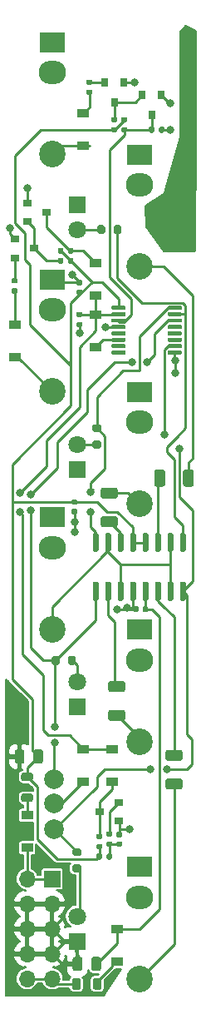
<source format=gbr>
G04 #@! TF.GenerationSoftware,KiCad,Pcbnew,(5.1.9)-1*
G04 #@! TF.CreationDate,2021-08-04T02:23:12+02:00*
G04 #@! TF.ProjectId,sequswit,73657175-7377-4697-942e-6b696361645f,rev?*
G04 #@! TF.SameCoordinates,Original*
G04 #@! TF.FileFunction,Copper,L2,Bot*
G04 #@! TF.FilePolarity,Positive*
%FSLAX46Y46*%
G04 Gerber Fmt 4.6, Leading zero omitted, Abs format (unit mm)*
G04 Created by KiCad (PCBNEW (5.1.9)-1) date 2021-08-04 02:23:12*
%MOMM*%
%LPD*%
G01*
G04 APERTURE LIST*
G04 #@! TA.AperFunction,ComponentPad*
%ADD10C,2.000000*%
G04 #@! TD*
G04 #@! TA.AperFunction,SMDPad,CuDef*
%ADD11R,1.200000X0.900000*%
G04 #@! TD*
G04 #@! TA.AperFunction,ComponentPad*
%ADD12O,1.700000X1.700000*%
G04 #@! TD*
G04 #@! TA.AperFunction,ComponentPad*
%ADD13R,1.700000X1.700000*%
G04 #@! TD*
G04 #@! TA.AperFunction,ComponentPad*
%ADD14C,1.800000*%
G04 #@! TD*
G04 #@! TA.AperFunction,ComponentPad*
%ADD15R,1.800000X1.800000*%
G04 #@! TD*
G04 #@! TA.AperFunction,SMDPad,CuDef*
%ADD16R,0.900000X0.800000*%
G04 #@! TD*
G04 #@! TA.AperFunction,SMDPad,CuDef*
%ADD17R,0.800000X0.900000*%
G04 #@! TD*
G04 #@! TA.AperFunction,ComponentPad*
%ADD18O,2.800000X2.350000*%
G04 #@! TD*
G04 #@! TA.AperFunction,ComponentPad*
%ADD19R,2.600000X2.150000*%
G04 #@! TD*
G04 #@! TA.AperFunction,ComponentPad*
%ADD20C,2.700000*%
G04 #@! TD*
G04 #@! TA.AperFunction,ViaPad*
%ADD21C,0.800000*%
G04 #@! TD*
G04 #@! TA.AperFunction,Conductor*
%ADD22C,0.250000*%
G04 #@! TD*
G04 #@! TA.AperFunction,Conductor*
%ADD23C,0.350000*%
G04 #@! TD*
G04 #@! TA.AperFunction,Conductor*
%ADD24C,0.200000*%
G04 #@! TD*
G04 #@! TA.AperFunction,Conductor*
%ADD25C,0.100000*%
G04 #@! TD*
G04 #@! TA.AperFunction,NonConductor*
%ADD26C,0.254000*%
G04 #@! TD*
G04 #@! TA.AperFunction,NonConductor*
%ADD27C,0.100000*%
G04 #@! TD*
G04 APERTURE END LIST*
G04 #@! TO.P,R15,2*
G04 #@! TO.N,Net-(R15-Pad2)*
G04 #@! TA.AperFunction,SMDPad,CuDef*
G36*
G01*
X258181001Y-154355500D02*
X256930999Y-154355500D01*
G75*
G02*
X256681000Y-154105501I0J249999D01*
G01*
X256681000Y-153480499D01*
G75*
G02*
X256930999Y-153230500I249999J0D01*
G01*
X258181001Y-153230500D01*
G75*
G02*
X258431000Y-153480499I0J-249999D01*
G01*
X258431000Y-154105501D01*
G75*
G02*
X258181001Y-154355500I-249999J0D01*
G01*
G37*
G04 #@! TD.AperFunction*
G04 #@! TO.P,R15,1*
G04 #@! TO.N,out4*
G04 #@! TA.AperFunction,SMDPad,CuDef*
G36*
G01*
X258181001Y-157280500D02*
X256930999Y-157280500D01*
G75*
G02*
X256681000Y-157030501I0J249999D01*
G01*
X256681000Y-156405499D01*
G75*
G02*
X256930999Y-156155500I249999J0D01*
G01*
X258181001Y-156155500D01*
G75*
G02*
X258431000Y-156405499I0J-249999D01*
G01*
X258431000Y-157030501D01*
G75*
G02*
X258181001Y-157280500I-249999J0D01*
G01*
G37*
G04 #@! TD.AperFunction*
G04 #@! TD*
G04 #@! TO.P,R14,2*
G04 #@! TO.N,Net-(R14-Pad2)*
G04 #@! TA.AperFunction,SMDPad,CuDef*
G36*
G01*
X252339001Y-147374500D02*
X251088999Y-147374500D01*
G75*
G02*
X250839000Y-147124501I0J249999D01*
G01*
X250839000Y-146499499D01*
G75*
G02*
X251088999Y-146249500I249999J0D01*
G01*
X252339001Y-146249500D01*
G75*
G02*
X252589000Y-146499499I0J-249999D01*
G01*
X252589000Y-147124501D01*
G75*
G02*
X252339001Y-147374500I-249999J0D01*
G01*
G37*
G04 #@! TD.AperFunction*
G04 #@! TO.P,R14,1*
G04 #@! TO.N,out3*
G04 #@! TA.AperFunction,SMDPad,CuDef*
G36*
G01*
X252339001Y-150299500D02*
X251088999Y-150299500D01*
G75*
G02*
X250839000Y-150049501I0J249999D01*
G01*
X250839000Y-149424499D01*
G75*
G02*
X251088999Y-149174500I249999J0D01*
G01*
X252339001Y-149174500D01*
G75*
G02*
X252589000Y-149424499I0J-249999D01*
G01*
X252589000Y-150049501D01*
G75*
G02*
X252339001Y-150299500I-249999J0D01*
G01*
G37*
G04 #@! TD.AperFunction*
G04 #@! TD*
G04 #@! TO.P,R13,2*
G04 #@! TO.N,Net-(R13-Pad2)*
G04 #@! TA.AperFunction,SMDPad,CuDef*
G36*
G01*
X250326999Y-129485500D02*
X251577001Y-129485500D01*
G75*
G02*
X251827000Y-129735499I0J-249999D01*
G01*
X251827000Y-130360501D01*
G75*
G02*
X251577001Y-130610500I-249999J0D01*
G01*
X250326999Y-130610500D01*
G75*
G02*
X250077000Y-130360501I0J249999D01*
G01*
X250077000Y-129735499D01*
G75*
G02*
X250326999Y-129485500I249999J0D01*
G01*
G37*
G04 #@! TD.AperFunction*
G04 #@! TO.P,R13,1*
G04 #@! TO.N,out2*
G04 #@! TA.AperFunction,SMDPad,CuDef*
G36*
G01*
X250326999Y-126560500D02*
X251577001Y-126560500D01*
G75*
G02*
X251827000Y-126810499I0J-249999D01*
G01*
X251827000Y-127435501D01*
G75*
G02*
X251577001Y-127685500I-249999J0D01*
G01*
X250326999Y-127685500D01*
G75*
G02*
X250077000Y-127435501I0J249999D01*
G01*
X250077000Y-126810499D01*
G75*
G02*
X250326999Y-126560500I249999J0D01*
G01*
G37*
G04 #@! TD.AperFunction*
G04 #@! TD*
G04 #@! TO.P,R2,2*
G04 #@! TO.N,Net-(R2-Pad2)*
G04 #@! TA.AperFunction,SMDPad,CuDef*
G36*
G01*
X256656000Y-124977999D02*
X256656000Y-126228001D01*
G75*
G02*
X256406001Y-126478000I-249999J0D01*
G01*
X255780999Y-126478000D01*
G75*
G02*
X255531000Y-126228001I0J249999D01*
G01*
X255531000Y-124977999D01*
G75*
G02*
X255780999Y-124728000I249999J0D01*
G01*
X256406001Y-124728000D01*
G75*
G02*
X256656000Y-124977999I0J-249999D01*
G01*
G37*
G04 #@! TD.AperFunction*
G04 #@! TO.P,R2,1*
G04 #@! TO.N,out1*
G04 #@! TA.AperFunction,SMDPad,CuDef*
G36*
G01*
X259581000Y-124977999D02*
X259581000Y-126228001D01*
G75*
G02*
X259331001Y-126478000I-249999J0D01*
G01*
X258705999Y-126478000D01*
G75*
G02*
X258456000Y-126228001I0J249999D01*
G01*
X258456000Y-124977999D01*
G75*
G02*
X258705999Y-124728000I249999J0D01*
G01*
X259331001Y-124728000D01*
G75*
G02*
X259581000Y-124977999I0J-249999D01*
G01*
G37*
G04 #@! TD.AperFunction*
G04 #@! TD*
G04 #@! TO.P,R10,2*
G04 #@! TO.N,+12V*
G04 #@! TA.AperFunction,SMDPad,CuDef*
G36*
G01*
X250206000Y-163899000D02*
X250206000Y-164269000D01*
G75*
G02*
X250071000Y-164404000I-135000J0D01*
G01*
X249801000Y-164404000D01*
G75*
G02*
X249666000Y-164269000I0J135000D01*
G01*
X249666000Y-163899000D01*
G75*
G02*
X249801000Y-163764000I135000J0D01*
G01*
X250071000Y-163764000D01*
G75*
G02*
X250206000Y-163899000I0J-135000D01*
G01*
G37*
G04 #@! TD.AperFunction*
G04 #@! TO.P,R10,1*
G04 #@! TO.N,Net-(C1-Pad2)*
G04 #@! TA.AperFunction,SMDPad,CuDef*
G36*
G01*
X251226000Y-163899000D02*
X251226000Y-164269000D01*
G75*
G02*
X251091000Y-164404000I-135000J0D01*
G01*
X250821000Y-164404000D01*
G75*
G02*
X250686000Y-164269000I0J135000D01*
G01*
X250686000Y-163899000D01*
G75*
G02*
X250821000Y-163764000I135000J0D01*
G01*
X251091000Y-163764000D01*
G75*
G02*
X251226000Y-163899000I0J-135000D01*
G01*
G37*
G04 #@! TD.AperFunction*
G04 #@! TD*
D10*
G04 #@! TO.P,SW1,3*
G04 #@! TO.N,Net-(R19-Pad2)*
X245340000Y-161290000D03*
G04 #@! TO.P,SW1,2*
G04 #@! TO.N,Net-(D6-Pad2)*
X245340000Y-158670000D03*
G04 #@! TO.P,SW1,1*
G04 #@! TO.N,Net-(R18-Pad2)*
X245340000Y-156210000D03*
G04 #@! TD*
G04 #@! TO.P,FB2,2*
G04 #@! TO.N,Net-(FB2-Pad2)*
G04 #@! TA.AperFunction,SMDPad,CuDef*
G36*
G01*
X248041000Y-176656750D02*
X248041000Y-177419250D01*
G75*
G02*
X247822250Y-177638000I-218750J0D01*
G01*
X247384750Y-177638000D01*
G75*
G02*
X247166000Y-177419250I0J218750D01*
G01*
X247166000Y-176656750D01*
G75*
G02*
X247384750Y-176438000I218750J0D01*
G01*
X247822250Y-176438000D01*
G75*
G02*
X248041000Y-176656750I0J-218750D01*
G01*
G37*
G04 #@! TD.AperFunction*
G04 #@! TO.P,FB2,1*
G04 #@! TO.N,Net-(D12-Pad1)*
G04 #@! TA.AperFunction,SMDPad,CuDef*
G36*
G01*
X250166000Y-176656750D02*
X250166000Y-177419250D01*
G75*
G02*
X249947250Y-177638000I-218750J0D01*
G01*
X249509750Y-177638000D01*
G75*
G02*
X249291000Y-177419250I0J218750D01*
G01*
X249291000Y-176656750D01*
G75*
G02*
X249509750Y-176438000I218750J0D01*
G01*
X249947250Y-176438000D01*
G75*
G02*
X250166000Y-176656750I0J-218750D01*
G01*
G37*
G04 #@! TD.AperFunction*
G04 #@! TD*
G04 #@! TO.P,FB1,2*
G04 #@! TO.N,Net-(D11-Pad1)*
G04 #@! TA.AperFunction,SMDPad,CuDef*
G36*
G01*
X242188750Y-157677500D02*
X242951250Y-157677500D01*
G75*
G02*
X243170000Y-157896250I0J-218750D01*
G01*
X243170000Y-158333750D01*
G75*
G02*
X242951250Y-158552500I-218750J0D01*
G01*
X242188750Y-158552500D01*
G75*
G02*
X241970000Y-158333750I0J218750D01*
G01*
X241970000Y-157896250D01*
G75*
G02*
X242188750Y-157677500I218750J0D01*
G01*
G37*
G04 #@! TD.AperFunction*
G04 #@! TO.P,FB1,1*
G04 #@! TO.N,+12V*
G04 #@! TA.AperFunction,SMDPad,CuDef*
G36*
G01*
X242188750Y-155552500D02*
X242951250Y-155552500D01*
G75*
G02*
X243170000Y-155771250I0J-218750D01*
G01*
X243170000Y-156208750D01*
G75*
G02*
X242951250Y-156427500I-218750J0D01*
G01*
X242188750Y-156427500D01*
G75*
G02*
X241970000Y-156208750I0J218750D01*
G01*
X241970000Y-155771250D01*
G75*
G02*
X242188750Y-155552500I218750J0D01*
G01*
G37*
G04 #@! TD.AperFunction*
G04 #@! TD*
D11*
G04 #@! TO.P,D12,1*
G04 #@! TO.N,Net-(D12-Pad1)*
X251714000Y-174752000D03*
G04 #@! TO.P,D12,2*
G04 #@! TO.N,-12V*
X251714000Y-171452000D03*
G04 #@! TD*
G04 #@! TO.P,D11,2*
G04 #@! TO.N,Net-(D11-Pad2)*
X242570000Y-163195000D03*
G04 #@! TO.P,D11,1*
G04 #@! TO.N,Net-(D11-Pad1)*
X242570000Y-159895000D03*
G04 #@! TD*
G04 #@! TO.P,C6,2*
G04 #@! TO.N,-12V*
G04 #@! TA.AperFunction,SMDPad,CuDef*
G36*
G01*
X249116000Y-175481000D02*
X249116000Y-174531000D01*
G75*
G02*
X249366000Y-174281000I250000J0D01*
G01*
X249866000Y-174281000D01*
G75*
G02*
X250116000Y-174531000I0J-250000D01*
G01*
X250116000Y-175481000D01*
G75*
G02*
X249866000Y-175731000I-250000J0D01*
G01*
X249366000Y-175731000D01*
G75*
G02*
X249116000Y-175481000I0J250000D01*
G01*
G37*
G04 #@! TD.AperFunction*
G04 #@! TO.P,C6,1*
G04 #@! TO.N,GNDREF*
G04 #@! TA.AperFunction,SMDPad,CuDef*
G36*
G01*
X247216000Y-175481000D02*
X247216000Y-174531000D01*
G75*
G02*
X247466000Y-174281000I250000J0D01*
G01*
X247966000Y-174281000D01*
G75*
G02*
X248216000Y-174531000I0J-250000D01*
G01*
X248216000Y-175481000D01*
G75*
G02*
X247966000Y-175731000I-250000J0D01*
G01*
X247466000Y-175731000D01*
G75*
G02*
X247216000Y-175481000I0J250000D01*
G01*
G37*
G04 #@! TD.AperFunction*
G04 #@! TD*
G04 #@! TO.P,C5,2*
G04 #@! TO.N,GNDREF*
G04 #@! TA.AperFunction,SMDPad,CuDef*
G36*
G01*
X242308000Y-153449000D02*
X242308000Y-154399000D01*
G75*
G02*
X242058000Y-154649000I-250000J0D01*
G01*
X241558000Y-154649000D01*
G75*
G02*
X241308000Y-154399000I0J250000D01*
G01*
X241308000Y-153449000D01*
G75*
G02*
X241558000Y-153199000I250000J0D01*
G01*
X242058000Y-153199000D01*
G75*
G02*
X242308000Y-153449000I0J-250000D01*
G01*
G37*
G04 #@! TD.AperFunction*
G04 #@! TO.P,C5,1*
G04 #@! TO.N,+12V*
G04 #@! TA.AperFunction,SMDPad,CuDef*
G36*
G01*
X244208000Y-153449000D02*
X244208000Y-154399000D01*
G75*
G02*
X243958000Y-154649000I-250000J0D01*
G01*
X243458000Y-154649000D01*
G75*
G02*
X243208000Y-154399000I0J250000D01*
G01*
X243208000Y-153449000D01*
G75*
G02*
X243458000Y-153199000I250000J0D01*
G01*
X243958000Y-153199000D01*
G75*
G02*
X244208000Y-153449000I0J-250000D01*
G01*
G37*
G04 #@! TD.AperFunction*
G04 #@! TD*
D12*
G04 #@! TO.P,J8,10*
G04 #@! TO.N,Net-(FB2-Pad2)*
X242570000Y-176530000D03*
G04 #@! TO.P,J8,9*
X245110000Y-176530000D03*
G04 #@! TO.P,J8,8*
G04 #@! TO.N,GNDREF*
X242570000Y-173990000D03*
G04 #@! TO.P,J8,7*
X245110000Y-173990000D03*
G04 #@! TO.P,J8,6*
X242570000Y-171450000D03*
G04 #@! TO.P,J8,5*
X245110000Y-171450000D03*
G04 #@! TO.P,J8,4*
X242570000Y-168910000D03*
G04 #@! TO.P,J8,3*
X245110000Y-168910000D03*
G04 #@! TO.P,J8,2*
G04 #@! TO.N,Net-(D11-Pad2)*
X242570000Y-166370000D03*
D13*
G04 #@! TO.P,J8,1*
X245110000Y-166370000D03*
G04 #@! TD*
D14*
G04 #@! TO.P,D10,2*
G04 #@! TO.N,Net-(D10-Pad2)*
X247650000Y-170180000D03*
D15*
G04 #@! TO.P,D10,1*
G04 #@! TO.N,GNDREF*
X247650000Y-172720000D03*
G04 #@! TD*
D14*
G04 #@! TO.P,D9,2*
G04 #@! TO.N,Net-(D9-Pad2)*
X247650000Y-146304000D03*
D15*
G04 #@! TO.P,D9,1*
G04 #@! TO.N,GNDREF*
X247650000Y-148844000D03*
G04 #@! TD*
D14*
G04 #@! TO.P,D8,2*
G04 #@! TO.N,Net-(D8-Pad2)*
X247650000Y-122174000D03*
D15*
G04 #@! TO.P,D8,1*
G04 #@! TO.N,GNDREF*
X247650000Y-124714000D03*
G04 #@! TD*
D14*
G04 #@! TO.P,D7,2*
G04 #@! TO.N,Net-(D7-Pad2)*
X247650000Y-100330000D03*
D15*
G04 #@! TO.P,D7,1*
G04 #@! TO.N,GNDREF*
X247650000Y-97790000D03*
G04 #@! TD*
G04 #@! TO.P,R19,2*
G04 #@! TO.N,Net-(R19-Pad2)*
G04 #@! TA.AperFunction,SMDPad,CuDef*
G36*
G01*
X247925000Y-164040000D02*
X247375000Y-164040000D01*
G75*
G02*
X247175000Y-163840000I0J200000D01*
G01*
X247175000Y-163440000D01*
G75*
G02*
X247375000Y-163240000I200000J0D01*
G01*
X247925000Y-163240000D01*
G75*
G02*
X248125000Y-163440000I0J-200000D01*
G01*
X248125000Y-163840000D01*
G75*
G02*
X247925000Y-164040000I-200000J0D01*
G01*
G37*
G04 #@! TD.AperFunction*
G04 #@! TO.P,R19,1*
G04 #@! TO.N,Net-(D10-Pad2)*
G04 #@! TA.AperFunction,SMDPad,CuDef*
G36*
G01*
X247925000Y-165690000D02*
X247375000Y-165690000D01*
G75*
G02*
X247175000Y-165490000I0J200000D01*
G01*
X247175000Y-165090000D01*
G75*
G02*
X247375000Y-164890000I200000J0D01*
G01*
X247925000Y-164890000D01*
G75*
G02*
X248125000Y-165090000I0J-200000D01*
G01*
X248125000Y-165490000D01*
G75*
G02*
X247925000Y-165690000I-200000J0D01*
G01*
G37*
G04 #@! TD.AperFunction*
G04 #@! TD*
G04 #@! TO.P,R18,2*
G04 #@! TO.N,Net-(R18-Pad2)*
G04 #@! TA.AperFunction,SMDPad,CuDef*
G36*
G01*
X245891000Y-143870000D02*
X245891000Y-144420000D01*
G75*
G02*
X245691000Y-144620000I-200000J0D01*
G01*
X245291000Y-144620000D01*
G75*
G02*
X245091000Y-144420000I0J200000D01*
G01*
X245091000Y-143870000D01*
G75*
G02*
X245291000Y-143670000I200000J0D01*
G01*
X245691000Y-143670000D01*
G75*
G02*
X245891000Y-143870000I0J-200000D01*
G01*
G37*
G04 #@! TD.AperFunction*
G04 #@! TO.P,R18,1*
G04 #@! TO.N,Net-(D9-Pad2)*
G04 #@! TA.AperFunction,SMDPad,CuDef*
G36*
G01*
X247541000Y-143870000D02*
X247541000Y-144420000D01*
G75*
G02*
X247341000Y-144620000I-200000J0D01*
G01*
X246941000Y-144620000D01*
G75*
G02*
X246741000Y-144420000I0J200000D01*
G01*
X246741000Y-143870000D01*
G75*
G02*
X246941000Y-143670000I200000J0D01*
G01*
X247341000Y-143670000D01*
G75*
G02*
X247541000Y-143870000I0J-200000D01*
G01*
G37*
G04 #@! TD.AperFunction*
G04 #@! TD*
G04 #@! TO.P,R17,2*
G04 #@! TO.N,Net-(R17-Pad2)*
G04 #@! TA.AperFunction,SMDPad,CuDef*
G36*
G01*
X249957000Y-120924000D02*
X249407000Y-120924000D01*
G75*
G02*
X249207000Y-120724000I0J200000D01*
G01*
X249207000Y-120324000D01*
G75*
G02*
X249407000Y-120124000I200000J0D01*
G01*
X249957000Y-120124000D01*
G75*
G02*
X250157000Y-120324000I0J-200000D01*
G01*
X250157000Y-120724000D01*
G75*
G02*
X249957000Y-120924000I-200000J0D01*
G01*
G37*
G04 #@! TD.AperFunction*
G04 #@! TO.P,R17,1*
G04 #@! TO.N,Net-(D8-Pad2)*
G04 #@! TA.AperFunction,SMDPad,CuDef*
G36*
G01*
X249957000Y-122574000D02*
X249407000Y-122574000D01*
G75*
G02*
X249207000Y-122374000I0J200000D01*
G01*
X249207000Y-121974000D01*
G75*
G02*
X249407000Y-121774000I200000J0D01*
G01*
X249957000Y-121774000D01*
G75*
G02*
X250157000Y-121974000I0J-200000D01*
G01*
X250157000Y-122374000D01*
G75*
G02*
X249957000Y-122574000I-200000J0D01*
G01*
G37*
G04 #@! TD.AperFunction*
G04 #@! TD*
G04 #@! TO.P,R16,2*
G04 #@! TO.N,Net-(R16-Pad2)*
G04 #@! TA.AperFunction,SMDPad,CuDef*
G36*
G01*
X251377000Y-100605000D02*
X251377000Y-100055000D01*
G75*
G02*
X251577000Y-99855000I200000J0D01*
G01*
X251977000Y-99855000D01*
G75*
G02*
X252177000Y-100055000I0J-200000D01*
G01*
X252177000Y-100605000D01*
G75*
G02*
X251977000Y-100805000I-200000J0D01*
G01*
X251577000Y-100805000D01*
G75*
G02*
X251377000Y-100605000I0J200000D01*
G01*
G37*
G04 #@! TD.AperFunction*
G04 #@! TO.P,R16,1*
G04 #@! TO.N,Net-(D7-Pad2)*
G04 #@! TA.AperFunction,SMDPad,CuDef*
G36*
G01*
X249727000Y-100605000D02*
X249727000Y-100055000D01*
G75*
G02*
X249927000Y-99855000I200000J0D01*
G01*
X250327000Y-99855000D01*
G75*
G02*
X250527000Y-100055000I0J-200000D01*
G01*
X250527000Y-100605000D01*
G75*
G02*
X250327000Y-100805000I-200000J0D01*
G01*
X249927000Y-100805000D01*
G75*
G02*
X249727000Y-100605000I0J200000D01*
G01*
G37*
G04 #@! TD.AperFunction*
G04 #@! TD*
G04 #@! TO.P,R12,2*
G04 #@! TO.N,Net-(D5-Pad2)*
G04 #@! TA.AperFunction,SMDPad,CuDef*
G36*
G01*
X250121000Y-162320000D02*
X249751000Y-162320000D01*
G75*
G02*
X249616000Y-162185000I0J135000D01*
G01*
X249616000Y-161915000D01*
G75*
G02*
X249751000Y-161780000I135000J0D01*
G01*
X250121000Y-161780000D01*
G75*
G02*
X250256000Y-161915000I0J-135000D01*
G01*
X250256000Y-162185000D01*
G75*
G02*
X250121000Y-162320000I-135000J0D01*
G01*
G37*
G04 #@! TD.AperFunction*
G04 #@! TO.P,R12,1*
G04 #@! TO.N,+12V*
G04 #@! TA.AperFunction,SMDPad,CuDef*
G36*
G01*
X250121000Y-163340000D02*
X249751000Y-163340000D01*
G75*
G02*
X249616000Y-163205000I0J135000D01*
G01*
X249616000Y-162935000D01*
G75*
G02*
X249751000Y-162800000I135000J0D01*
G01*
X250121000Y-162800000D01*
G75*
G02*
X250256000Y-162935000I0J-135000D01*
G01*
X250256000Y-163205000D01*
G75*
G02*
X250121000Y-163340000I-135000J0D01*
G01*
G37*
G04 #@! TD.AperFunction*
G04 #@! TD*
G04 #@! TO.P,R11,2*
G04 #@! TO.N,Net-(C1-Pad2)*
G04 #@! TA.AperFunction,SMDPad,CuDef*
G36*
G01*
X250767000Y-162546000D02*
X251137000Y-162546000D01*
G75*
G02*
X251272000Y-162681000I0J-135000D01*
G01*
X251272000Y-162951000D01*
G75*
G02*
X251137000Y-163086000I-135000J0D01*
G01*
X250767000Y-163086000D01*
G75*
G02*
X250632000Y-162951000I0J135000D01*
G01*
X250632000Y-162681000D01*
G75*
G02*
X250767000Y-162546000I135000J0D01*
G01*
G37*
G04 #@! TD.AperFunction*
G04 #@! TO.P,R11,1*
G04 #@! TO.N,Net-(Q5-Pad1)*
G04 #@! TA.AperFunction,SMDPad,CuDef*
G36*
G01*
X250767000Y-161526000D02*
X251137000Y-161526000D01*
G75*
G02*
X251272000Y-161661000I0J-135000D01*
G01*
X251272000Y-161931000D01*
G75*
G02*
X251137000Y-162066000I-135000J0D01*
G01*
X250767000Y-162066000D01*
G75*
G02*
X250632000Y-161931000I0J135000D01*
G01*
X250632000Y-161661000D01*
G75*
G02*
X250767000Y-161526000I135000J0D01*
G01*
G37*
G04 #@! TD.AperFunction*
G04 #@! TD*
D16*
G04 #@! TO.P,Q5,3*
G04 #@! TO.N,Net-(D5-Pad2)*
X249952000Y-159512000D03*
G04 #@! TO.P,Q5,2*
G04 #@! TO.N,GNDREF*
X251952000Y-160462000D03*
G04 #@! TO.P,Q5,1*
G04 #@! TO.N,Net-(Q5-Pad1)*
X251952000Y-158562000D03*
G04 #@! TD*
D11*
G04 #@! TO.P,D6,2*
G04 #@! TO.N,Net-(D6-Pad2)*
X248285000Y-156462000D03*
G04 #@! TO.P,D6,1*
G04 #@! TO.N,MR*
X248285000Y-153162000D03*
G04 #@! TD*
G04 #@! TO.P,D5,2*
G04 #@! TO.N,Net-(D5-Pad2)*
X251206000Y-156462000D03*
G04 #@! TO.P,D5,1*
G04 #@! TO.N,MR*
X251206000Y-153162000D03*
G04 #@! TD*
G04 #@! TO.P,C4,2*
G04 #@! TO.N,GNDREF*
G04 #@! TA.AperFunction,SMDPad,CuDef*
G36*
G01*
X253955000Y-138768000D02*
X253955000Y-139108000D01*
G75*
G02*
X253815000Y-139248000I-140000J0D01*
G01*
X253535000Y-139248000D01*
G75*
G02*
X253395000Y-139108000I0J140000D01*
G01*
X253395000Y-138768000D01*
G75*
G02*
X253535000Y-138628000I140000J0D01*
G01*
X253815000Y-138628000D01*
G75*
G02*
X253955000Y-138768000I0J-140000D01*
G01*
G37*
G04 #@! TD.AperFunction*
G04 #@! TO.P,C4,1*
G04 #@! TO.N,-12V*
G04 #@! TA.AperFunction,SMDPad,CuDef*
G36*
G01*
X254915000Y-138768000D02*
X254915000Y-139108000D01*
G75*
G02*
X254775000Y-139248000I-140000J0D01*
G01*
X254495000Y-139248000D01*
G75*
G02*
X254355000Y-139108000I0J140000D01*
G01*
X254355000Y-138768000D01*
G75*
G02*
X254495000Y-138628000I140000J0D01*
G01*
X254775000Y-138628000D01*
G75*
G02*
X254915000Y-138768000I0J-140000D01*
G01*
G37*
G04 #@! TD.AperFunction*
G04 #@! TD*
G04 #@! TO.P,C3,2*
G04 #@! TO.N,+12V*
G04 #@! TA.AperFunction,SMDPad,CuDef*
G36*
G01*
X247566000Y-128324000D02*
X247226000Y-128324000D01*
G75*
G02*
X247086000Y-128184000I0J140000D01*
G01*
X247086000Y-127904000D01*
G75*
G02*
X247226000Y-127764000I140000J0D01*
G01*
X247566000Y-127764000D01*
G75*
G02*
X247706000Y-127904000I0J-140000D01*
G01*
X247706000Y-128184000D01*
G75*
G02*
X247566000Y-128324000I-140000J0D01*
G01*
G37*
G04 #@! TD.AperFunction*
G04 #@! TO.P,C3,1*
G04 #@! TO.N,GNDREF*
G04 #@! TA.AperFunction,SMDPad,CuDef*
G36*
G01*
X247566000Y-129284000D02*
X247226000Y-129284000D01*
G75*
G02*
X247086000Y-129144000I0J140000D01*
G01*
X247086000Y-128864000D01*
G75*
G02*
X247226000Y-128724000I140000J0D01*
G01*
X247566000Y-128724000D01*
G75*
G02*
X247706000Y-128864000I0J-140000D01*
G01*
X247706000Y-129144000D01*
G75*
G02*
X247566000Y-129284000I-140000J0D01*
G01*
G37*
G04 #@! TD.AperFunction*
G04 #@! TD*
G04 #@! TO.P,C2,2*
G04 #@! TO.N,+12V*
G04 #@! TA.AperFunction,SMDPad,CuDef*
G36*
G01*
X247734000Y-106400000D02*
X248074000Y-106400000D01*
G75*
G02*
X248214000Y-106540000I0J-140000D01*
G01*
X248214000Y-106820000D01*
G75*
G02*
X248074000Y-106960000I-140000J0D01*
G01*
X247734000Y-106960000D01*
G75*
G02*
X247594000Y-106820000I0J140000D01*
G01*
X247594000Y-106540000D01*
G75*
G02*
X247734000Y-106400000I140000J0D01*
G01*
G37*
G04 #@! TD.AperFunction*
G04 #@! TO.P,C2,1*
G04 #@! TO.N,GNDREF*
G04 #@! TA.AperFunction,SMDPad,CuDef*
G36*
G01*
X247734000Y-105440000D02*
X248074000Y-105440000D01*
G75*
G02*
X248214000Y-105580000I0J-140000D01*
G01*
X248214000Y-105860000D01*
G75*
G02*
X248074000Y-106000000I-140000J0D01*
G01*
X247734000Y-106000000D01*
G75*
G02*
X247594000Y-105860000I0J140000D01*
G01*
X247594000Y-105580000D01*
G75*
G02*
X247734000Y-105440000I140000J0D01*
G01*
G37*
G04 #@! TD.AperFunction*
G04 #@! TD*
G04 #@! TO.P,C1,2*
G04 #@! TO.N,Net-(C1-Pad2)*
G04 #@! TA.AperFunction,SMDPad,CuDef*
G36*
G01*
X251798000Y-162534000D02*
X252138000Y-162534000D01*
G75*
G02*
X252278000Y-162674000I0J-140000D01*
G01*
X252278000Y-162954000D01*
G75*
G02*
X252138000Y-163094000I-140000J0D01*
G01*
X251798000Y-163094000D01*
G75*
G02*
X251658000Y-162954000I0J140000D01*
G01*
X251658000Y-162674000D01*
G75*
G02*
X251798000Y-162534000I140000J0D01*
G01*
G37*
G04 #@! TD.AperFunction*
G04 #@! TO.P,C1,1*
G04 #@! TO.N,GNDREF*
G04 #@! TA.AperFunction,SMDPad,CuDef*
G36*
G01*
X251798000Y-161574000D02*
X252138000Y-161574000D01*
G75*
G02*
X252278000Y-161714000I0J-140000D01*
G01*
X252278000Y-161994000D01*
G75*
G02*
X252138000Y-162134000I-140000J0D01*
G01*
X251798000Y-162134000D01*
G75*
G02*
X251658000Y-161994000I0J140000D01*
G01*
X251658000Y-161714000D01*
G75*
G02*
X251798000Y-161574000I140000J0D01*
G01*
G37*
G04 #@! TD.AperFunction*
G04 #@! TD*
G04 #@! TO.P,R9,2*
G04 #@! TO.N,MR*
G04 #@! TA.AperFunction,SMDPad,CuDef*
G36*
G01*
X248089000Y-109236000D02*
X247719000Y-109236000D01*
G75*
G02*
X247584000Y-109101000I0J135000D01*
G01*
X247584000Y-108831000D01*
G75*
G02*
X247719000Y-108696000I135000J0D01*
G01*
X248089000Y-108696000D01*
G75*
G02*
X248224000Y-108831000I0J-135000D01*
G01*
X248224000Y-109101000D01*
G75*
G02*
X248089000Y-109236000I-135000J0D01*
G01*
G37*
G04 #@! TD.AperFunction*
G04 #@! TO.P,R9,1*
G04 #@! TO.N,GNDREF*
G04 #@! TA.AperFunction,SMDPad,CuDef*
G36*
G01*
X248089000Y-110256000D02*
X247719000Y-110256000D01*
G75*
G02*
X247584000Y-110121000I0J135000D01*
G01*
X247584000Y-109851000D01*
G75*
G02*
X247719000Y-109716000I135000J0D01*
G01*
X248089000Y-109716000D01*
G75*
G02*
X248224000Y-109851000I0J-135000D01*
G01*
X248224000Y-110121000D01*
G75*
G02*
X248089000Y-110256000I-135000J0D01*
G01*
G37*
G04 #@! TD.AperFunction*
G04 #@! TD*
G04 #@! TO.P,R8,2*
G04 #@! TO.N,GNDREF*
G04 #@! TA.AperFunction,SMDPad,CuDef*
G36*
G01*
X256018000Y-90355000D02*
X256018000Y-89985000D01*
G75*
G02*
X256153000Y-89850000I135000J0D01*
G01*
X256423000Y-89850000D01*
G75*
G02*
X256558000Y-89985000I0J-135000D01*
G01*
X256558000Y-90355000D01*
G75*
G02*
X256423000Y-90490000I-135000J0D01*
G01*
X256153000Y-90490000D01*
G75*
G02*
X256018000Y-90355000I0J135000D01*
G01*
G37*
G04 #@! TD.AperFunction*
G04 #@! TO.P,R8,1*
G04 #@! TO.N,STEP*
G04 #@! TA.AperFunction,SMDPad,CuDef*
G36*
G01*
X254998000Y-90355000D02*
X254998000Y-89985000D01*
G75*
G02*
X255133000Y-89850000I135000J0D01*
G01*
X255403000Y-89850000D01*
G75*
G02*
X255538000Y-89985000I0J-135000D01*
G01*
X255538000Y-90355000D01*
G75*
G02*
X255403000Y-90490000I-135000J0D01*
G01*
X255133000Y-90490000D01*
G75*
G02*
X254998000Y-90355000I0J135000D01*
G01*
G37*
G04 #@! TD.AperFunction*
G04 #@! TD*
G04 #@! TO.P,R7,2*
G04 #@! TO.N,Net-(D2-Pad2)*
G04 #@! TA.AperFunction,SMDPad,CuDef*
G36*
G01*
X246747000Y-102674000D02*
X246747000Y-102304000D01*
G75*
G02*
X246882000Y-102169000I135000J0D01*
G01*
X247152000Y-102169000D01*
G75*
G02*
X247287000Y-102304000I0J-135000D01*
G01*
X247287000Y-102674000D01*
G75*
G02*
X247152000Y-102809000I-135000J0D01*
G01*
X246882000Y-102809000D01*
G75*
G02*
X246747000Y-102674000I0J135000D01*
G01*
G37*
G04 #@! TD.AperFunction*
G04 #@! TO.P,R7,1*
G04 #@! TO.N,+12V*
G04 #@! TA.AperFunction,SMDPad,CuDef*
G36*
G01*
X245727000Y-102674000D02*
X245727000Y-102304000D01*
G75*
G02*
X245862000Y-102169000I135000J0D01*
G01*
X246132000Y-102169000D01*
G75*
G02*
X246267000Y-102304000I0J-135000D01*
G01*
X246267000Y-102674000D01*
G75*
G02*
X246132000Y-102809000I-135000J0D01*
G01*
X245862000Y-102809000D01*
G75*
G02*
X245727000Y-102674000I0J135000D01*
G01*
G37*
G04 #@! TD.AperFunction*
G04 #@! TD*
G04 #@! TO.P,R6,2*
G04 #@! TO.N,Net-(Q3-Pad3)*
G04 #@! TA.AperFunction,SMDPad,CuDef*
G36*
G01*
X246265000Y-103320000D02*
X246265000Y-103690000D01*
G75*
G02*
X246130000Y-103825000I-135000J0D01*
G01*
X245860000Y-103825000D01*
G75*
G02*
X245725000Y-103690000I0J135000D01*
G01*
X245725000Y-103320000D01*
G75*
G02*
X245860000Y-103185000I135000J0D01*
G01*
X246130000Y-103185000D01*
G75*
G02*
X246265000Y-103320000I0J-135000D01*
G01*
G37*
G04 #@! TD.AperFunction*
G04 #@! TO.P,R6,1*
G04 #@! TO.N,+12V*
G04 #@! TA.AperFunction,SMDPad,CuDef*
G36*
G01*
X247285000Y-103320000D02*
X247285000Y-103690000D01*
G75*
G02*
X247150000Y-103825000I-135000J0D01*
G01*
X246880000Y-103825000D01*
G75*
G02*
X246745000Y-103690000I0J135000D01*
G01*
X246745000Y-103320000D01*
G75*
G02*
X246880000Y-103185000I135000J0D01*
G01*
X247150000Y-103185000D01*
G75*
G02*
X247285000Y-103320000I0J-135000D01*
G01*
G37*
G04 #@! TD.AperFunction*
G04 #@! TD*
G04 #@! TO.P,R5,2*
G04 #@! TO.N,Net-(Q1-Pad1)*
G04 #@! TA.AperFunction,SMDPad,CuDef*
G36*
G01*
X251645000Y-89420000D02*
X251275000Y-89420000D01*
G75*
G02*
X251140000Y-89285000I0J135000D01*
G01*
X251140000Y-89015000D01*
G75*
G02*
X251275000Y-88880000I135000J0D01*
G01*
X251645000Y-88880000D01*
G75*
G02*
X251780000Y-89015000I0J-135000D01*
G01*
X251780000Y-89285000D01*
G75*
G02*
X251645000Y-89420000I-135000J0D01*
G01*
G37*
G04 #@! TD.AperFunction*
G04 #@! TO.P,R5,1*
G04 #@! TO.N,+12V*
G04 #@! TA.AperFunction,SMDPad,CuDef*
G36*
G01*
X251645000Y-90440000D02*
X251275000Y-90440000D01*
G75*
G02*
X251140000Y-90305000I0J135000D01*
G01*
X251140000Y-90035000D01*
G75*
G02*
X251275000Y-89900000I135000J0D01*
G01*
X251645000Y-89900000D01*
G75*
G02*
X251780000Y-90035000I0J-135000D01*
G01*
X251780000Y-90305000D01*
G75*
G02*
X251645000Y-90440000I-135000J0D01*
G01*
G37*
G04 #@! TD.AperFunction*
G04 #@! TD*
G04 #@! TO.P,R4,2*
G04 #@! TO.N,Net-(D4-Pad1)*
G04 #@! TA.AperFunction,SMDPad,CuDef*
G36*
G01*
X241115000Y-106285000D02*
X241485000Y-106285000D01*
G75*
G02*
X241620000Y-106420000I0J-135000D01*
G01*
X241620000Y-106690000D01*
G75*
G02*
X241485000Y-106825000I-135000J0D01*
G01*
X241115000Y-106825000D01*
G75*
G02*
X240980000Y-106690000I0J135000D01*
G01*
X240980000Y-106420000D01*
G75*
G02*
X241115000Y-106285000I135000J0D01*
G01*
G37*
G04 #@! TD.AperFunction*
G04 #@! TO.P,R4,1*
G04 #@! TO.N,Net-(Q3-Pad1)*
G04 #@! TA.AperFunction,SMDPad,CuDef*
G36*
G01*
X241115000Y-105265000D02*
X241485000Y-105265000D01*
G75*
G02*
X241620000Y-105400000I0J-135000D01*
G01*
X241620000Y-105670000D01*
G75*
G02*
X241485000Y-105805000I-135000J0D01*
G01*
X241115000Y-105805000D01*
G75*
G02*
X240980000Y-105670000I0J135000D01*
G01*
X240980000Y-105400000D01*
G75*
G02*
X241115000Y-105265000I135000J0D01*
G01*
G37*
G04 #@! TD.AperFunction*
G04 #@! TD*
D16*
G04 #@! TO.P,Q4,3*
G04 #@! TO.N,Net-(D2-Pad2)*
X244586000Y-98552000D03*
G04 #@! TO.P,Q4,2*
G04 #@! TO.N,GNDREF*
X242586000Y-97602000D03*
G04 #@! TO.P,Q4,1*
G04 #@! TO.N,Net-(Q3-Pad3)*
X242586000Y-99502000D03*
G04 #@! TD*
G04 #@! TO.P,Q3,3*
G04 #@! TO.N,Net-(Q3-Pad3)*
X243300000Y-102235000D03*
G04 #@! TO.P,Q3,2*
G04 #@! TO.N,GNDREF*
X241300000Y-101285000D03*
G04 #@! TO.P,Q3,1*
G04 #@! TO.N,Net-(Q3-Pad1)*
X241300000Y-103185000D03*
G04 #@! TD*
D17*
G04 #@! TO.P,Q2,3*
G04 #@! TO.N,Net-(Q1-Pad1)*
X251460000Y-87360000D03*
G04 #@! TO.P,Q2,2*
G04 #@! TO.N,GNDREF*
X252410000Y-85360000D03*
G04 #@! TO.P,Q2,1*
G04 #@! TO.N,Net-(Q2-Pad1)*
X250510000Y-85360000D03*
G04 #@! TD*
D11*
G04 #@! TO.P,D4,2*
G04 #@! TO.N,Net-(D4-Pad2)*
X241300000Y-113283000D03*
G04 #@! TO.P,D4,1*
G04 #@! TO.N,Net-(D4-Pad1)*
X241300000Y-109983000D03*
G04 #@! TD*
G04 #@! TO.P,D3,2*
G04 #@! TO.N,Net-(D3-Pad2)*
X249555000Y-112266000D03*
G04 #@! TO.P,D3,1*
G04 #@! TO.N,MR*
X249555000Y-108966000D03*
G04 #@! TD*
G04 #@! TO.P,D2,2*
G04 #@! TO.N,Net-(D2-Pad2)*
X249555000Y-103761000D03*
G04 #@! TO.P,D2,1*
G04 #@! TO.N,MR*
X249555000Y-107061000D03*
G04 #@! TD*
G04 #@! TO.P,R3,2*
G04 #@! TO.N,STEP*
G04 #@! TA.AperFunction,SMDPad,CuDef*
G36*
G01*
X252291000Y-89902000D02*
X252661000Y-89902000D01*
G75*
G02*
X252796000Y-90037000I0J-135000D01*
G01*
X252796000Y-90307000D01*
G75*
G02*
X252661000Y-90442000I-135000J0D01*
G01*
X252291000Y-90442000D01*
G75*
G02*
X252156000Y-90307000I0J135000D01*
G01*
X252156000Y-90037000D01*
G75*
G02*
X252291000Y-89902000I135000J0D01*
G01*
G37*
G04 #@! TD.AperFunction*
G04 #@! TO.P,R3,1*
G04 #@! TO.N,+12V*
G04 #@! TA.AperFunction,SMDPad,CuDef*
G36*
G01*
X252291000Y-88882000D02*
X252661000Y-88882000D01*
G75*
G02*
X252796000Y-89017000I0J-135000D01*
G01*
X252796000Y-89287000D01*
G75*
G02*
X252661000Y-89422000I-135000J0D01*
G01*
X252291000Y-89422000D01*
G75*
G02*
X252156000Y-89287000I0J135000D01*
G01*
X252156000Y-89017000D01*
G75*
G02*
X252291000Y-88882000I135000J0D01*
G01*
G37*
G04 #@! TD.AperFunction*
G04 #@! TD*
D17*
G04 #@! TO.P,Q1,3*
G04 #@! TO.N,STEP*
X255270000Y-88630000D03*
G04 #@! TO.P,Q1,2*
G04 #@! TO.N,GNDREF*
X256220000Y-86630000D03*
G04 #@! TO.P,Q1,1*
G04 #@! TO.N,Net-(Q1-Pad1)*
X254320000Y-86630000D03*
G04 #@! TD*
G04 #@! TO.P,R1,2*
G04 #@! TO.N,Net-(D1-Pad1)*
G04 #@! TA.AperFunction,SMDPad,CuDef*
G36*
G01*
X248735000Y-86090000D02*
X249105000Y-86090000D01*
G75*
G02*
X249240000Y-86225000I0J-135000D01*
G01*
X249240000Y-86495000D01*
G75*
G02*
X249105000Y-86630000I-135000J0D01*
G01*
X248735000Y-86630000D01*
G75*
G02*
X248600000Y-86495000I0J135000D01*
G01*
X248600000Y-86225000D01*
G75*
G02*
X248735000Y-86090000I135000J0D01*
G01*
G37*
G04 #@! TD.AperFunction*
G04 #@! TO.P,R1,1*
G04 #@! TO.N,Net-(Q2-Pad1)*
G04 #@! TA.AperFunction,SMDPad,CuDef*
G36*
G01*
X248735000Y-85070000D02*
X249105000Y-85070000D01*
G75*
G02*
X249240000Y-85205000I0J-135000D01*
G01*
X249240000Y-85475000D01*
G75*
G02*
X249105000Y-85610000I-135000J0D01*
G01*
X248735000Y-85610000D01*
G75*
G02*
X248600000Y-85475000I0J135000D01*
G01*
X248600000Y-85205000D01*
G75*
G02*
X248735000Y-85070000I135000J0D01*
G01*
G37*
G04 #@! TD.AperFunction*
G04 #@! TD*
D11*
G04 #@! TO.P,D1,2*
G04 #@! TO.N,Net-(D1-Pad2)*
X248285000Y-91820000D03*
G04 #@! TO.P,D1,1*
G04 #@! TO.N,Net-(D1-Pad1)*
X248285000Y-88520000D03*
G04 #@! TD*
G04 #@! TO.P,U1,16*
G04 #@! TO.N,+12V*
G04 #@! TA.AperFunction,SMDPad,CuDef*
G36*
G01*
X252637000Y-108186000D02*
X252637000Y-108386000D01*
G75*
G02*
X252537000Y-108486000I-100000J0D01*
G01*
X251262000Y-108486000D01*
G75*
G02*
X251162000Y-108386000I0J100000D01*
G01*
X251162000Y-108186000D01*
G75*
G02*
X251262000Y-108086000I100000J0D01*
G01*
X252537000Y-108086000D01*
G75*
G02*
X252637000Y-108186000I0J-100000D01*
G01*
G37*
G04 #@! TD.AperFunction*
G04 #@! TO.P,U1,15*
G04 #@! TO.N,MR*
G04 #@! TA.AperFunction,SMDPad,CuDef*
G36*
G01*
X252637000Y-108836000D02*
X252637000Y-109036000D01*
G75*
G02*
X252537000Y-109136000I-100000J0D01*
G01*
X251262000Y-109136000D01*
G75*
G02*
X251162000Y-109036000I0J100000D01*
G01*
X251162000Y-108836000D01*
G75*
G02*
X251262000Y-108736000I100000J0D01*
G01*
X252537000Y-108736000D01*
G75*
G02*
X252637000Y-108836000I0J-100000D01*
G01*
G37*
G04 #@! TD.AperFunction*
G04 #@! TO.P,U1,14*
G04 #@! TO.N,STEP*
G04 #@! TA.AperFunction,SMDPad,CuDef*
G36*
G01*
X252637000Y-109486000D02*
X252637000Y-109686000D01*
G75*
G02*
X252537000Y-109786000I-100000J0D01*
G01*
X251262000Y-109786000D01*
G75*
G02*
X251162000Y-109686000I0J100000D01*
G01*
X251162000Y-109486000D01*
G75*
G02*
X251262000Y-109386000I100000J0D01*
G01*
X252537000Y-109386000D01*
G75*
G02*
X252637000Y-109486000I0J-100000D01*
G01*
G37*
G04 #@! TD.AperFunction*
G04 #@! TO.P,U1,13*
G04 #@! TO.N,GNDREF*
G04 #@! TA.AperFunction,SMDPad,CuDef*
G36*
G01*
X252637000Y-110136000D02*
X252637000Y-110336000D01*
G75*
G02*
X252537000Y-110436000I-100000J0D01*
G01*
X251262000Y-110436000D01*
G75*
G02*
X251162000Y-110336000I0J100000D01*
G01*
X251162000Y-110136000D01*
G75*
G02*
X251262000Y-110036000I100000J0D01*
G01*
X252537000Y-110036000D01*
G75*
G02*
X252637000Y-110136000I0J-100000D01*
G01*
G37*
G04 #@! TD.AperFunction*
G04 #@! TO.P,U1,12*
G04 #@! TO.N,Net-(U1-Pad12)*
G04 #@! TA.AperFunction,SMDPad,CuDef*
G36*
G01*
X252637000Y-110786000D02*
X252637000Y-110986000D01*
G75*
G02*
X252537000Y-111086000I-100000J0D01*
G01*
X251262000Y-111086000D01*
G75*
G02*
X251162000Y-110986000I0J100000D01*
G01*
X251162000Y-110786000D01*
G75*
G02*
X251262000Y-110686000I100000J0D01*
G01*
X252537000Y-110686000D01*
G75*
G02*
X252637000Y-110786000I0J-100000D01*
G01*
G37*
G04 #@! TD.AperFunction*
G04 #@! TO.P,U1,11*
G04 #@! TO.N,Net-(D3-Pad2)*
G04 #@! TA.AperFunction,SMDPad,CuDef*
G36*
G01*
X252637000Y-111436000D02*
X252637000Y-111636000D01*
G75*
G02*
X252537000Y-111736000I-100000J0D01*
G01*
X251262000Y-111736000D01*
G75*
G02*
X251162000Y-111636000I0J100000D01*
G01*
X251162000Y-111436000D01*
G75*
G02*
X251262000Y-111336000I100000J0D01*
G01*
X252537000Y-111336000D01*
G75*
G02*
X252637000Y-111436000I0J-100000D01*
G01*
G37*
G04 #@! TD.AperFunction*
G04 #@! TO.P,U1,10*
G04 #@! TO.N,Net-(U1-Pad10)*
G04 #@! TA.AperFunction,SMDPad,CuDef*
G36*
G01*
X252637000Y-112086000D02*
X252637000Y-112286000D01*
G75*
G02*
X252537000Y-112386000I-100000J0D01*
G01*
X251262000Y-112386000D01*
G75*
G02*
X251162000Y-112286000I0J100000D01*
G01*
X251162000Y-112086000D01*
G75*
G02*
X251262000Y-111986000I100000J0D01*
G01*
X252537000Y-111986000D01*
G75*
G02*
X252637000Y-112086000I0J-100000D01*
G01*
G37*
G04 #@! TD.AperFunction*
G04 #@! TO.P,U1,9*
G04 #@! TO.N,N/C*
G04 #@! TA.AperFunction,SMDPad,CuDef*
G36*
G01*
X252637000Y-112736000D02*
X252637000Y-112936000D01*
G75*
G02*
X252537000Y-113036000I-100000J0D01*
G01*
X251262000Y-113036000D01*
G75*
G02*
X251162000Y-112936000I0J100000D01*
G01*
X251162000Y-112736000D01*
G75*
G02*
X251262000Y-112636000I100000J0D01*
G01*
X252537000Y-112636000D01*
G75*
G02*
X252637000Y-112736000I0J-100000D01*
G01*
G37*
G04 #@! TD.AperFunction*
G04 #@! TO.P,U1,8*
G04 #@! TO.N,GNDREF*
G04 #@! TA.AperFunction,SMDPad,CuDef*
G36*
G01*
X258362000Y-112736000D02*
X258362000Y-112936000D01*
G75*
G02*
X258262000Y-113036000I-100000J0D01*
G01*
X256987000Y-113036000D01*
G75*
G02*
X256887000Y-112936000I0J100000D01*
G01*
X256887000Y-112736000D01*
G75*
G02*
X256987000Y-112636000I100000J0D01*
G01*
X258262000Y-112636000D01*
G75*
G02*
X258362000Y-112736000I0J-100000D01*
G01*
G37*
G04 #@! TD.AperFunction*
G04 #@! TO.P,U1,7*
G04 #@! TO.N,Net-(R19-Pad2)*
G04 #@! TA.AperFunction,SMDPad,CuDef*
G36*
G01*
X258362000Y-112086000D02*
X258362000Y-112286000D01*
G75*
G02*
X258262000Y-112386000I-100000J0D01*
G01*
X256987000Y-112386000D01*
G75*
G02*
X256887000Y-112286000I0J100000D01*
G01*
X256887000Y-112086000D01*
G75*
G02*
X256987000Y-111986000I100000J0D01*
G01*
X258262000Y-111986000D01*
G75*
G02*
X258362000Y-112086000I0J-100000D01*
G01*
G37*
G04 #@! TD.AperFunction*
G04 #@! TO.P,U1,6*
G04 #@! TO.N,N/C*
G04 #@! TA.AperFunction,SMDPad,CuDef*
G36*
G01*
X258362000Y-111436000D02*
X258362000Y-111636000D01*
G75*
G02*
X258262000Y-111736000I-100000J0D01*
G01*
X256987000Y-111736000D01*
G75*
G02*
X256887000Y-111636000I0J100000D01*
G01*
X256887000Y-111436000D01*
G75*
G02*
X256987000Y-111336000I100000J0D01*
G01*
X258262000Y-111336000D01*
G75*
G02*
X258362000Y-111436000I0J-100000D01*
G01*
G37*
G04 #@! TD.AperFunction*
G04 #@! TO.P,U1,5*
G04 #@! TO.N,Net-(U1-Pad5)*
G04 #@! TA.AperFunction,SMDPad,CuDef*
G36*
G01*
X258362000Y-110786000D02*
X258362000Y-110986000D01*
G75*
G02*
X258262000Y-111086000I-100000J0D01*
G01*
X256987000Y-111086000D01*
G75*
G02*
X256887000Y-110986000I0J100000D01*
G01*
X256887000Y-110786000D01*
G75*
G02*
X256987000Y-110686000I100000J0D01*
G01*
X258262000Y-110686000D01*
G75*
G02*
X258362000Y-110786000I0J-100000D01*
G01*
G37*
G04 #@! TD.AperFunction*
G04 #@! TO.P,U1,4*
G04 #@! TO.N,Net-(U1-Pad4)*
G04 #@! TA.AperFunction,SMDPad,CuDef*
G36*
G01*
X258362000Y-110136000D02*
X258362000Y-110336000D01*
G75*
G02*
X258262000Y-110436000I-100000J0D01*
G01*
X256987000Y-110436000D01*
G75*
G02*
X256887000Y-110336000I0J100000D01*
G01*
X256887000Y-110136000D01*
G75*
G02*
X256987000Y-110036000I100000J0D01*
G01*
X258262000Y-110036000D01*
G75*
G02*
X258362000Y-110136000I0J-100000D01*
G01*
G37*
G04 #@! TD.AperFunction*
G04 #@! TO.P,U1,3*
G04 #@! TO.N,Net-(R18-Pad2)*
G04 #@! TA.AperFunction,SMDPad,CuDef*
G36*
G01*
X258362000Y-109486000D02*
X258362000Y-109686000D01*
G75*
G02*
X258262000Y-109786000I-100000J0D01*
G01*
X256987000Y-109786000D01*
G75*
G02*
X256887000Y-109686000I0J100000D01*
G01*
X256887000Y-109486000D01*
G75*
G02*
X256987000Y-109386000I100000J0D01*
G01*
X258262000Y-109386000D01*
G75*
G02*
X258362000Y-109486000I0J-100000D01*
G01*
G37*
G04 #@! TD.AperFunction*
G04 #@! TO.P,U1,2*
G04 #@! TO.N,Net-(R16-Pad2)*
G04 #@! TA.AperFunction,SMDPad,CuDef*
G36*
G01*
X258362000Y-108836000D02*
X258362000Y-109036000D01*
G75*
G02*
X258262000Y-109136000I-100000J0D01*
G01*
X256987000Y-109136000D01*
G75*
G02*
X256887000Y-109036000I0J100000D01*
G01*
X256887000Y-108836000D01*
G75*
G02*
X256987000Y-108736000I100000J0D01*
G01*
X258262000Y-108736000D01*
G75*
G02*
X258362000Y-108836000I0J-100000D01*
G01*
G37*
G04 #@! TD.AperFunction*
G04 #@! TO.P,U1,1*
G04 #@! TO.N,Net-(R17-Pad2)*
G04 #@! TA.AperFunction,SMDPad,CuDef*
G36*
G01*
X258362000Y-108186000D02*
X258362000Y-108386000D01*
G75*
G02*
X258262000Y-108486000I-100000J0D01*
G01*
X256987000Y-108486000D01*
G75*
G02*
X256887000Y-108386000I0J100000D01*
G01*
X256887000Y-108186000D01*
G75*
G02*
X256987000Y-108086000I100000J0D01*
G01*
X258262000Y-108086000D01*
G75*
G02*
X258362000Y-108186000I0J-100000D01*
G01*
G37*
G04 #@! TD.AperFunction*
G04 #@! TD*
G04 #@! TO.P,U2,16*
G04 #@! TO.N,Net-(R16-Pad2)*
G04 #@! TA.AperFunction,SMDPad,CuDef*
G36*
G01*
X258595000Y-133120000D02*
X258295000Y-133120000D01*
G75*
G02*
X258145000Y-132970000I0J150000D01*
G01*
X258145000Y-131320000D01*
G75*
G02*
X258295000Y-131170000I150000J0D01*
G01*
X258595000Y-131170000D01*
G75*
G02*
X258745000Y-131320000I0J-150000D01*
G01*
X258745000Y-132970000D01*
G75*
G02*
X258595000Y-133120000I-150000J0D01*
G01*
G37*
G04 #@! TD.AperFunction*
G04 #@! TO.P,U2,15*
G04 #@! TO.N,Net-(J5-PadT)*
G04 #@! TA.AperFunction,SMDPad,CuDef*
G36*
G01*
X257325000Y-133120000D02*
X257025000Y-133120000D01*
G75*
G02*
X256875000Y-132970000I0J150000D01*
G01*
X256875000Y-131320000D01*
G75*
G02*
X257025000Y-131170000I150000J0D01*
G01*
X257325000Y-131170000D01*
G75*
G02*
X257475000Y-131320000I0J-150000D01*
G01*
X257475000Y-132970000D01*
G75*
G02*
X257325000Y-133120000I-150000J0D01*
G01*
G37*
G04 #@! TD.AperFunction*
G04 #@! TO.P,U2,14*
G04 #@! TO.N,Net-(R2-Pad2)*
G04 #@! TA.AperFunction,SMDPad,CuDef*
G36*
G01*
X256055000Y-133120000D02*
X255755000Y-133120000D01*
G75*
G02*
X255605000Y-132970000I0J150000D01*
G01*
X255605000Y-131320000D01*
G75*
G02*
X255755000Y-131170000I150000J0D01*
G01*
X256055000Y-131170000D01*
G75*
G02*
X256205000Y-131320000I0J-150000D01*
G01*
X256205000Y-132970000D01*
G75*
G02*
X256055000Y-133120000I-150000J0D01*
G01*
G37*
G04 #@! TD.AperFunction*
G04 #@! TO.P,U2,13*
G04 #@! TO.N,+12V*
G04 #@! TA.AperFunction,SMDPad,CuDef*
G36*
G01*
X254785000Y-133120000D02*
X254485000Y-133120000D01*
G75*
G02*
X254335000Y-132970000I0J150000D01*
G01*
X254335000Y-131320000D01*
G75*
G02*
X254485000Y-131170000I150000J0D01*
G01*
X254785000Y-131170000D01*
G75*
G02*
X254935000Y-131320000I0J-150000D01*
G01*
X254935000Y-132970000D01*
G75*
G02*
X254785000Y-133120000I-150000J0D01*
G01*
G37*
G04 #@! TD.AperFunction*
G04 #@! TO.P,U2,12*
G04 #@! TA.AperFunction,SMDPad,CuDef*
G36*
G01*
X253515000Y-133120000D02*
X253215000Y-133120000D01*
G75*
G02*
X253065000Y-132970000I0J150000D01*
G01*
X253065000Y-131320000D01*
G75*
G02*
X253215000Y-131170000I150000J0D01*
G01*
X253515000Y-131170000D01*
G75*
G02*
X253665000Y-131320000I0J-150000D01*
G01*
X253665000Y-132970000D01*
G75*
G02*
X253515000Y-133120000I-150000J0D01*
G01*
G37*
G04 #@! TD.AperFunction*
G04 #@! TO.P,U2,11*
G04 #@! TO.N,Net-(R13-Pad2)*
G04 #@! TA.AperFunction,SMDPad,CuDef*
G36*
G01*
X252245000Y-133120000D02*
X251945000Y-133120000D01*
G75*
G02*
X251795000Y-132970000I0J150000D01*
G01*
X251795000Y-131320000D01*
G75*
G02*
X251945000Y-131170000I150000J0D01*
G01*
X252245000Y-131170000D01*
G75*
G02*
X252395000Y-131320000I0J-150000D01*
G01*
X252395000Y-132970000D01*
G75*
G02*
X252245000Y-133120000I-150000J0D01*
G01*
G37*
G04 #@! TD.AperFunction*
G04 #@! TO.P,U2,10*
G04 #@! TO.N,Net-(J5-PadT)*
G04 #@! TA.AperFunction,SMDPad,CuDef*
G36*
G01*
X250975000Y-133120000D02*
X250675000Y-133120000D01*
G75*
G02*
X250525000Y-132970000I0J150000D01*
G01*
X250525000Y-131320000D01*
G75*
G02*
X250675000Y-131170000I150000J0D01*
G01*
X250975000Y-131170000D01*
G75*
G02*
X251125000Y-131320000I0J-150000D01*
G01*
X251125000Y-132970000D01*
G75*
G02*
X250975000Y-133120000I-150000J0D01*
G01*
G37*
G04 #@! TD.AperFunction*
G04 #@! TO.P,U2,9*
G04 #@! TO.N,Net-(R17-Pad2)*
G04 #@! TA.AperFunction,SMDPad,CuDef*
G36*
G01*
X249705000Y-133120000D02*
X249405000Y-133120000D01*
G75*
G02*
X249255000Y-132970000I0J150000D01*
G01*
X249255000Y-131320000D01*
G75*
G02*
X249405000Y-131170000I150000J0D01*
G01*
X249705000Y-131170000D01*
G75*
G02*
X249855000Y-131320000I0J-150000D01*
G01*
X249855000Y-132970000D01*
G75*
G02*
X249705000Y-133120000I-150000J0D01*
G01*
G37*
G04 #@! TD.AperFunction*
G04 #@! TO.P,U2,8*
G04 #@! TO.N,Net-(R18-Pad2)*
G04 #@! TA.AperFunction,SMDPad,CuDef*
G36*
G01*
X249705000Y-138070000D02*
X249405000Y-138070000D01*
G75*
G02*
X249255000Y-137920000I0J150000D01*
G01*
X249255000Y-136270000D01*
G75*
G02*
X249405000Y-136120000I150000J0D01*
G01*
X249705000Y-136120000D01*
G75*
G02*
X249855000Y-136270000I0J-150000D01*
G01*
X249855000Y-137920000D01*
G75*
G02*
X249705000Y-138070000I-150000J0D01*
G01*
G37*
G04 #@! TD.AperFunction*
G04 #@! TO.P,U2,7*
G04 #@! TO.N,Net-(R14-Pad2)*
G04 #@! TA.AperFunction,SMDPad,CuDef*
G36*
G01*
X250975000Y-138070000D02*
X250675000Y-138070000D01*
G75*
G02*
X250525000Y-137920000I0J150000D01*
G01*
X250525000Y-136270000D01*
G75*
G02*
X250675000Y-136120000I150000J0D01*
G01*
X250975000Y-136120000D01*
G75*
G02*
X251125000Y-136270000I0J-150000D01*
G01*
X251125000Y-137920000D01*
G75*
G02*
X250975000Y-138070000I-150000J0D01*
G01*
G37*
G04 #@! TD.AperFunction*
G04 #@! TO.P,U2,6*
G04 #@! TO.N,Net-(J5-PadT)*
G04 #@! TA.AperFunction,SMDPad,CuDef*
G36*
G01*
X252245000Y-138070000D02*
X251945000Y-138070000D01*
G75*
G02*
X251795000Y-137920000I0J150000D01*
G01*
X251795000Y-136270000D01*
G75*
G02*
X251945000Y-136120000I150000J0D01*
G01*
X252245000Y-136120000D01*
G75*
G02*
X252395000Y-136270000I0J-150000D01*
G01*
X252395000Y-137920000D01*
G75*
G02*
X252245000Y-138070000I-150000J0D01*
G01*
G37*
G04 #@! TD.AperFunction*
G04 #@! TO.P,U2,5*
G04 #@! TO.N,GNDREF*
G04 #@! TA.AperFunction,SMDPad,CuDef*
G36*
G01*
X253515000Y-138070000D02*
X253215000Y-138070000D01*
G75*
G02*
X253065000Y-137920000I0J150000D01*
G01*
X253065000Y-136270000D01*
G75*
G02*
X253215000Y-136120000I150000J0D01*
G01*
X253515000Y-136120000D01*
G75*
G02*
X253665000Y-136270000I0J-150000D01*
G01*
X253665000Y-137920000D01*
G75*
G02*
X253515000Y-138070000I-150000J0D01*
G01*
G37*
G04 #@! TD.AperFunction*
G04 #@! TO.P,U2,4*
G04 #@! TO.N,-12V*
G04 #@! TA.AperFunction,SMDPad,CuDef*
G36*
G01*
X254785000Y-138070000D02*
X254485000Y-138070000D01*
G75*
G02*
X254335000Y-137920000I0J150000D01*
G01*
X254335000Y-136270000D01*
G75*
G02*
X254485000Y-136120000I150000J0D01*
G01*
X254785000Y-136120000D01*
G75*
G02*
X254935000Y-136270000I0J-150000D01*
G01*
X254935000Y-137920000D01*
G75*
G02*
X254785000Y-138070000I-150000J0D01*
G01*
G37*
G04 #@! TD.AperFunction*
G04 #@! TO.P,U2,3*
G04 #@! TO.N,Net-(R15-Pad2)*
G04 #@! TA.AperFunction,SMDPad,CuDef*
G36*
G01*
X256055000Y-138070000D02*
X255755000Y-138070000D01*
G75*
G02*
X255605000Y-137920000I0J150000D01*
G01*
X255605000Y-136270000D01*
G75*
G02*
X255755000Y-136120000I150000J0D01*
G01*
X256055000Y-136120000D01*
G75*
G02*
X256205000Y-136270000I0J-150000D01*
G01*
X256205000Y-137920000D01*
G75*
G02*
X256055000Y-138070000I-150000J0D01*
G01*
G37*
G04 #@! TD.AperFunction*
G04 #@! TO.P,U2,2*
G04 #@! TO.N,Net-(J5-PadT)*
G04 #@! TA.AperFunction,SMDPad,CuDef*
G36*
G01*
X257325000Y-138070000D02*
X257025000Y-138070000D01*
G75*
G02*
X256875000Y-137920000I0J150000D01*
G01*
X256875000Y-136270000D01*
G75*
G02*
X257025000Y-136120000I150000J0D01*
G01*
X257325000Y-136120000D01*
G75*
G02*
X257475000Y-136270000I0J-150000D01*
G01*
X257475000Y-137920000D01*
G75*
G02*
X257325000Y-138070000I-150000J0D01*
G01*
G37*
G04 #@! TD.AperFunction*
G04 #@! TO.P,U2,1*
G04 #@! TO.N,Net-(R19-Pad2)*
G04 #@! TA.AperFunction,SMDPad,CuDef*
G36*
G01*
X258595000Y-138070000D02*
X258295000Y-138070000D01*
G75*
G02*
X258145000Y-137920000I0J150000D01*
G01*
X258145000Y-136270000D01*
G75*
G02*
X258295000Y-136120000I150000J0D01*
G01*
X258595000Y-136120000D01*
G75*
G02*
X258745000Y-136270000I0J-150000D01*
G01*
X258745000Y-137920000D01*
G75*
G02*
X258595000Y-138070000I-150000J0D01*
G01*
G37*
G04 #@! TD.AperFunction*
G04 #@! TD*
D18*
G04 #@! TO.P,J7,TN*
G04 #@! TO.N,Net-(J7-PadTN)*
X245110000Y-84380000D03*
D19*
G04 #@! TO.P,J7,S*
G04 #@! TO.N,GNDREF*
X245110000Y-81280000D03*
D20*
G04 #@! TO.P,J7,T*
G04 #@! TO.N,Net-(D1-Pad2)*
X245110000Y-92680000D03*
G04 #@! TD*
D18*
G04 #@! TO.P,J6,TN*
G04 #@! TO.N,Net-(J6-PadTN)*
X245110000Y-108510000D03*
D19*
G04 #@! TO.P,J6,S*
G04 #@! TO.N,GNDREF*
X245110000Y-105410000D03*
D20*
G04 #@! TO.P,J6,T*
G04 #@! TO.N,Net-(D4-Pad2)*
X245110000Y-116810000D03*
G04 #@! TD*
D18*
G04 #@! TO.P,J5,TN*
G04 #@! TO.N,Net-(J5-PadTN)*
X245110000Y-132670000D03*
D19*
G04 #@! TO.P,J5,S*
G04 #@! TO.N,GNDREF*
X245110000Y-129570000D03*
D20*
G04 #@! TO.P,J5,T*
G04 #@! TO.N,Net-(J5-PadT)*
X245110000Y-140970000D03*
G04 #@! TD*
D18*
G04 #@! TO.P,J4,TN*
G04 #@! TO.N,Net-(J4-PadTN)*
X254000000Y-168230000D03*
D19*
G04 #@! TO.P,J4,S*
G04 #@! TO.N,GNDREF*
X254000000Y-165130000D03*
D20*
G04 #@! TO.P,J4,T*
G04 #@! TO.N,out4*
X254000000Y-176530000D03*
G04 #@! TD*
D18*
G04 #@! TO.P,J3,TN*
G04 #@! TO.N,Net-(J3-PadTN)*
X254000000Y-144100000D03*
D19*
G04 #@! TO.P,J3,S*
G04 #@! TO.N,GNDREF*
X254000000Y-141000000D03*
D20*
G04 #@! TO.P,J3,T*
G04 #@! TO.N,out3*
X254000000Y-152400000D03*
G04 #@! TD*
D18*
G04 #@! TO.P,J2,TN*
G04 #@! TO.N,Net-(J2-PadTN)*
X254000000Y-119940000D03*
D19*
G04 #@! TO.P,J2,S*
G04 #@! TO.N,GNDREF*
X254000000Y-116840000D03*
D20*
G04 #@! TO.P,J2,T*
G04 #@! TO.N,out2*
X254000000Y-128240000D03*
G04 #@! TD*
D18*
G04 #@! TO.P,J1,TN*
G04 #@! TO.N,Net-(J1-PadTN)*
X254000000Y-95810000D03*
D19*
G04 #@! TO.P,J1,S*
G04 #@! TO.N,GNDREF*
X254000000Y-92710000D03*
D20*
G04 #@! TO.P,J1,T*
G04 #@! TO.N,out1*
X254000000Y-104110000D03*
G04 #@! TD*
D21*
G04 #@! TO.N,Net-(R19-Pad2)*
X255143000Y-155194000D03*
X256794000Y-155194000D03*
X256561990Y-121136010D03*
X258064000Y-122638020D03*
G04 #@! TO.N,Net-(R17-Pad2)*
X249047000Y-129032000D03*
X249047000Y-127000000D03*
G04 #@! TO.N,Net-(R18-Pad2)*
X245364000Y-152527000D03*
X245364000Y-150876000D03*
X254762000Y-113792000D03*
X253238000Y-113792000D03*
X242951000Y-128841500D03*
X242951000Y-127254000D03*
G04 #@! TO.N,MR*
X241808000Y-127127000D03*
X241808000Y-129032000D03*
G04 #@! TO.N,GNDREF*
X242570000Y-96139000D03*
X240792000Y-100203000D03*
X247904000Y-110871000D03*
X250571000Y-110236000D03*
X257683000Y-113665000D03*
X252730000Y-138811000D03*
X253492000Y-85344000D03*
X257175000Y-87503000D03*
X257175000Y-90170000D03*
X242062000Y-151892000D03*
X247396000Y-130048000D03*
X247142000Y-104902000D03*
X252984000Y-161290000D03*
X242062000Y-149860000D03*
X242062000Y-150876000D03*
X251714000Y-138938000D03*
X241046000Y-151384000D03*
X241046000Y-150368000D03*
X241046000Y-149352000D03*
X247396000Y-131064000D03*
X257683000Y-114935000D03*
G04 #@! TD*
D22*
G04 #@! TO.N,Net-(J5-PadT)*
X245110000Y-140970000D02*
X245110000Y-139060812D01*
X252095000Y-137095000D02*
X252095000Y-135509000D01*
X257175000Y-132145000D02*
X257175000Y-137095000D01*
X252095000Y-134390000D02*
X252095000Y-137095000D01*
X250825000Y-133120000D02*
X252095000Y-134390000D01*
X250825000Y-132145000D02*
X250825000Y-133120000D01*
X245110000Y-140970000D02*
X245110000Y-138684000D01*
X250825000Y-132969000D02*
X250825000Y-132145000D01*
X245110000Y-138684000D02*
X250825000Y-132969000D01*
X252095000Y-134390000D02*
X257151000Y-134390000D01*
G04 #@! TO.N,Net-(D1-Pad2)*
X245970000Y-91820000D02*
X245110000Y-92680000D01*
X248920000Y-91820000D02*
X245970000Y-91820000D01*
G04 #@! TO.N,Net-(D1-Pad1)*
X248920000Y-87885000D02*
X248285000Y-88520000D01*
X248920000Y-86360000D02*
X248920000Y-87885000D01*
G04 #@! TO.N,Net-(Q1-Pad1)*
X251460000Y-89150000D02*
X251460000Y-87360000D01*
X253590000Y-87360000D02*
X254320000Y-86630000D01*
X251460000Y-87360000D02*
X253590000Y-87360000D01*
G04 #@! TO.N,Net-(R2-Pad2)*
X255905000Y-125791500D02*
X256093500Y-125603000D01*
X255905000Y-132145000D02*
X255905000Y-125791500D01*
G04 #@! TO.N,Net-(D2-Pad2)*
X248283000Y-102489000D02*
X249555000Y-103761000D01*
X247017000Y-102489000D02*
X248283000Y-102489000D01*
X244586000Y-100107446D02*
X244586000Y-98552000D01*
X246967554Y-102489000D02*
X244586000Y-100107446D01*
X247017000Y-102489000D02*
X246967554Y-102489000D01*
G04 #@! TO.N,Net-(D3-Pad2)*
X250285000Y-111536000D02*
X251899500Y-111536000D01*
X249555000Y-112266000D02*
X250285000Y-111536000D01*
G04 #@! TO.N,Net-(D4-Pad2)*
X241583000Y-113283000D02*
X241300000Y-113283000D01*
X245110000Y-116810000D02*
X241583000Y-113283000D01*
G04 #@! TO.N,Net-(D4-Pad1)*
X241300000Y-106555000D02*
X241300000Y-110110000D01*
G04 #@! TO.N,Net-(Q2-Pad1)*
X248940000Y-85360000D02*
X248920000Y-85340000D01*
X250510000Y-85360000D02*
X248940000Y-85360000D01*
G04 #@! TO.N,Net-(Q3-Pad3)*
X244570000Y-103505000D02*
X243300000Y-102235000D01*
X245995000Y-103505000D02*
X244570000Y-103505000D01*
X243300000Y-100216000D02*
X242586000Y-99502000D01*
X243300000Y-102235000D02*
X243300000Y-100216000D01*
G04 #@! TO.N,Net-(Q3-Pad1)*
X241300000Y-103185000D02*
X241300000Y-105535000D01*
G04 #@! TO.N,+12V*
X253365000Y-130607522D02*
X253365000Y-132145000D01*
X250698000Y-129032000D02*
X251789478Y-129032000D01*
X249682000Y-128016000D02*
X250698000Y-129032000D01*
X243703998Y-128016000D02*
X249682000Y-128016000D01*
X251789478Y-129032000D02*
X253365000Y-130607522D01*
X253365000Y-132145000D02*
X254635000Y-132145000D01*
X249936000Y-164084000D02*
X249936000Y-163070000D01*
X251899500Y-107345500D02*
X251615000Y-107061000D01*
X251899500Y-108286000D02*
X251899500Y-107345500D01*
X250190000Y-105664000D02*
X249174000Y-105664000D01*
X251587000Y-107061000D02*
X250190000Y-105664000D01*
X251615000Y-107061000D02*
X251587000Y-107061000D01*
X249174000Y-105664000D02*
X247015000Y-103505000D01*
X247013000Y-103505000D02*
X245997000Y-102489000D01*
X247015000Y-103505000D02*
X247013000Y-103505000D01*
X242824000Y-103886000D02*
X242824000Y-109982000D01*
X242316000Y-103378000D02*
X242824000Y-103886000D01*
X242316000Y-100711000D02*
X242316000Y-103378000D01*
X242232998Y-100627998D02*
X242316000Y-100711000D01*
X242232998Y-100584000D02*
X242232998Y-100627998D01*
X241300000Y-92837000D02*
X241300000Y-99651002D01*
X243967000Y-90170000D02*
X241300000Y-92837000D01*
X241300000Y-99651002D02*
X242232998Y-100584000D01*
X251460000Y-90170000D02*
X243967000Y-90170000D01*
X246697500Y-113855500D02*
X246824500Y-113855500D01*
X247015000Y-113665000D02*
X247015000Y-114173000D01*
X247015000Y-107823000D02*
X247015000Y-113665000D01*
X246824500Y-113855500D02*
X247015000Y-113665000D01*
X246697500Y-113855500D02*
X247015000Y-114173000D01*
X246888000Y-113792000D02*
X247015000Y-113665000D01*
X246634000Y-113792000D02*
X246888000Y-113792000D01*
X242824000Y-109982000D02*
X246634000Y-113792000D01*
X246634000Y-113792000D02*
X246697500Y-113855500D01*
X242570000Y-155990000D02*
X242570000Y-155062000D01*
X242570000Y-155062000D02*
X243708000Y-153924000D01*
X243078000Y-153294000D02*
X243708000Y-153924000D01*
X243078000Y-148082000D02*
X243078000Y-153294000D01*
X252476000Y-89154000D02*
X251460000Y-90170000D01*
X252476000Y-89152000D02*
X252476000Y-89154000D01*
X247904000Y-106680000D02*
X248031000Y-106807000D01*
X248031000Y-106807000D02*
X247015000Y-107823000D01*
X249174000Y-105664000D02*
X248031000Y-106807000D01*
X241046000Y-146050000D02*
X243078000Y-148082000D01*
X243703998Y-128016000D02*
X241046000Y-128016000D01*
X241046000Y-146050000D02*
X241046000Y-128016000D01*
X243586000Y-157006000D02*
X242570000Y-155990000D01*
X243586000Y-162306000D02*
X243586000Y-157006000D01*
X245645010Y-164365010D02*
X243586000Y-162306000D01*
X249654990Y-164365010D02*
X245645010Y-164365010D01*
X249936000Y-164084000D02*
X249654990Y-164365010D01*
X241046000Y-124460000D02*
X241046000Y-128016000D01*
X241046000Y-124206000D02*
X241046000Y-124460000D01*
X247015000Y-118237000D02*
X241046000Y-124206000D01*
X247015000Y-114173000D02*
X247015000Y-118237000D01*
G04 #@! TO.N,Net-(C1-Pad2)*
X250956000Y-162820000D02*
X250952000Y-162816000D01*
X250956000Y-164084000D02*
X250956000Y-162820000D01*
X251966000Y-162816000D02*
X251968000Y-162814000D01*
X250952000Y-162816000D02*
X251966000Y-162816000D01*
G04 #@! TO.N,-12V*
X254635000Y-138938000D02*
X254635000Y-137095000D01*
X251714000Y-172908000D02*
X251714000Y-171452000D01*
X249616000Y-175006000D02*
X251714000Y-172908000D01*
X255270000Y-138938000D02*
X254635000Y-138938000D01*
X256032000Y-139700000D02*
X255270000Y-138938000D01*
X256032000Y-169418000D02*
X256032000Y-139700000D01*
X254000000Y-171450000D02*
X256032000Y-169418000D01*
X251206000Y-171450000D02*
X254000000Y-171450000D01*
G04 #@! TO.N,Net-(D5-Pad2)*
X249936000Y-159528000D02*
X249952000Y-159512000D01*
X249936000Y-162050000D02*
X249936000Y-159528000D01*
X249952000Y-158512000D02*
X249952000Y-159512000D01*
X251206000Y-157258000D02*
X249952000Y-158512000D01*
X251206000Y-156462000D02*
X251206000Y-157258000D01*
G04 #@! TO.N,Net-(D6-Pad2)*
X245340000Y-158670000D02*
X246046000Y-158670000D01*
X248254000Y-156462000D02*
X248285000Y-156462000D01*
X246046000Y-158670000D02*
X248254000Y-156462000D01*
G04 #@! TO.N,Net-(Q5-Pad1)*
X250952000Y-159562000D02*
X251952000Y-158562000D01*
X250952000Y-161796000D02*
X250952000Y-159562000D01*
G04 #@! TO.N,Net-(R13-Pad2)*
X252095000Y-131191000D02*
X252095000Y-132145000D01*
X250952000Y-130048000D02*
X252095000Y-131191000D01*
G04 #@! TO.N,Net-(R14-Pad2)*
X251460000Y-146558000D02*
X251714000Y-146812000D01*
X251460000Y-140208000D02*
X251460000Y-146558000D01*
X250825000Y-139573000D02*
X251460000Y-140208000D01*
X250825000Y-137095000D02*
X250825000Y-139573000D01*
G04 #@! TO.N,Net-(R15-Pad2)*
X255905000Y-138070000D02*
X255905000Y-137095000D01*
X257571592Y-139736592D02*
X256529500Y-138694500D01*
X256529500Y-138694500D02*
X255905000Y-138070000D01*
X257556000Y-139721000D02*
X257418500Y-139583500D01*
X257556000Y-153793000D02*
X257556000Y-139721000D01*
X257418500Y-139583500D02*
X256529500Y-138694500D01*
G04 #@! TO.N,Net-(D9-Pad2)*
X247650000Y-144654000D02*
X247141000Y-144145000D01*
X247650000Y-146304000D02*
X247650000Y-144654000D01*
G04 #@! TO.N,Net-(D10-Pad2)*
X247904000Y-165544000D02*
X247904000Y-169926000D01*
X247904000Y-169926000D02*
X247650000Y-170180000D01*
X247650000Y-165290000D02*
X247904000Y-165544000D01*
G04 #@! TO.N,Net-(D7-Pad2)*
X250127000Y-100330000D02*
X247650000Y-100330000D01*
G04 #@! TO.N,Net-(D8-Pad2)*
X249682000Y-122174000D02*
X247650000Y-122174000D01*
G04 #@! TO.N,Net-(R19-Pad2)*
X247650000Y-163600000D02*
X247650000Y-163640000D01*
X245340000Y-161290000D02*
X247650000Y-163600000D01*
X258445000Y-137095000D02*
X259461000Y-136079000D01*
X258840553Y-137490553D02*
X258445000Y-137095000D01*
X258840553Y-151144553D02*
X258840553Y-137490553D01*
X258840553Y-151403019D02*
X258840553Y-151398553D01*
X258840553Y-151144553D02*
X258840553Y-151398553D01*
X258756010Y-137406010D02*
X258445000Y-137095000D01*
X249682000Y-156948000D02*
X245340000Y-161290000D01*
X249682000Y-155956000D02*
X249682000Y-156948000D01*
X250444000Y-155194000D02*
X249682000Y-155956000D01*
X255143000Y-155194000D02*
X250444000Y-155194000D01*
X259461000Y-136079000D02*
X259461000Y-129159000D01*
X256935942Y-112186000D02*
X257624500Y-112186000D01*
X256561990Y-112559952D02*
X256935942Y-112186000D01*
X259461000Y-129159000D02*
X259461000Y-128905000D01*
X258840553Y-151652553D02*
X258840553Y-151398553D01*
X259334000Y-152146000D02*
X258840553Y-151652553D01*
X259334000Y-154686000D02*
X259334000Y-152146000D01*
X258826000Y-155194000D02*
X259334000Y-154686000D01*
X256794000Y-155194000D02*
X258826000Y-155194000D01*
X256561990Y-121136010D02*
X256561990Y-112559952D01*
X258064000Y-122638020D02*
X258064000Y-122638020D01*
X258064000Y-127508000D02*
X259334000Y-128778000D01*
X258064000Y-122638020D02*
X258064000Y-127508000D01*
X259334000Y-128778000D02*
X259461000Y-128905000D01*
X258953000Y-128397000D02*
X259334000Y-128778000D01*
G04 #@! TO.N,Net-(R16-Pad2)*
X251777000Y-105219000D02*
X251777000Y-100330000D01*
X254318990Y-107760990D02*
X251777000Y-105219000D01*
X258438048Y-107760990D02*
X254318990Y-107760990D01*
X258687010Y-108009952D02*
X258438048Y-107760990D01*
X258445000Y-132145000D02*
X258445000Y-130429000D01*
X257556000Y-129540000D02*
X257556000Y-123952000D01*
X258445000Y-130429000D02*
X257556000Y-129540000D01*
X257556000Y-123952000D02*
X257556000Y-123698000D01*
X257556000Y-123698000D02*
X257338999Y-123480999D01*
X257338999Y-123480999D02*
X256794000Y-122936000D01*
X256794000Y-122936000D02*
X256794000Y-122428000D01*
X256794000Y-122428000D02*
X257810000Y-121412000D01*
X257810000Y-121412000D02*
X258687010Y-120534990D01*
X258687010Y-109104990D02*
X258687010Y-108009952D01*
X258687010Y-120534990D02*
X258687010Y-109104990D01*
X258687010Y-109104990D02*
X258687010Y-108954010D01*
X258669000Y-108936000D02*
X258687010Y-108954010D01*
X257624500Y-108936000D02*
X258669000Y-108936000D01*
G04 #@! TO.N,Net-(R17-Pad2)*
X249555000Y-132145000D02*
X249555000Y-131064000D01*
X249555000Y-131064000D02*
X249047000Y-130556000D01*
X249047000Y-130556000D02*
X249047000Y-129032000D01*
X249047000Y-129032000D02*
X249047000Y-129032000D01*
X249300000Y-126747000D02*
X249047000Y-127000000D01*
X254000000Y-111173000D02*
X254000000Y-112776000D01*
X256887000Y-108286000D02*
X254000000Y-111173000D01*
X257624500Y-108286000D02*
X256887000Y-108286000D01*
X249047000Y-127000000D02*
X249047000Y-126111000D01*
X250482010Y-121324010D02*
X249682000Y-120524000D01*
X250482010Y-124675990D02*
X250482010Y-121324010D01*
X249047000Y-126111000D02*
X250482010Y-124675990D01*
X249682000Y-117348000D02*
X249682000Y-120524000D01*
X252349000Y-114681000D02*
X249682000Y-117348000D01*
X254000000Y-114681000D02*
X252349000Y-114681000D01*
X254000000Y-111173000D02*
X254000000Y-114681000D01*
G04 #@! TO.N,Net-(R18-Pad2)*
X245364000Y-156186000D02*
X245340000Y-156210000D01*
X245340000Y-156210000D02*
X245364000Y-156210000D01*
X245364000Y-156210000D02*
X245872000Y-155702000D01*
X249578726Y-137118726D02*
X249555000Y-137095000D01*
X249555000Y-136271000D02*
X249555000Y-137095000D01*
X245872000Y-155678000D02*
X245340000Y-156210000D01*
X254762000Y-113792000D02*
X254635000Y-113792000D01*
X245340000Y-152551000D02*
X245364000Y-152527000D01*
X245340000Y-156210000D02*
X245340000Y-152551000D01*
X249555000Y-140081000D02*
X249555000Y-137095000D01*
X245491000Y-144145000D02*
X249555000Y-140081000D01*
X245364000Y-144272000D02*
X245491000Y-144145000D01*
X245364000Y-150876000D02*
X245364000Y-144272000D01*
X256887000Y-109586000D02*
X257624500Y-109586000D01*
X255524000Y-110949000D02*
X256887000Y-109586000D01*
X255524000Y-113030000D02*
X255524000Y-110949000D01*
X254762000Y-113792000D02*
X255524000Y-113030000D01*
X245491000Y-144145000D02*
X244221000Y-144145000D01*
X244221000Y-144145000D02*
X242951000Y-142875000D01*
X242951000Y-129413000D02*
X242951000Y-129413000D01*
X248666000Y-116586000D02*
X251460000Y-113792000D01*
X248666000Y-118872000D02*
X248666000Y-116586000D01*
X251460000Y-113792000D02*
X253238000Y-113792000D01*
X245618000Y-121920000D02*
X248666000Y-118872000D01*
X245618000Y-124587000D02*
X245618000Y-121920000D01*
X242951000Y-127254000D02*
X245618000Y-124587000D01*
X242951000Y-128841500D02*
X242951000Y-142875000D01*
G04 #@! TO.N,Net-(D11-Pad2)*
X242570000Y-166370000D02*
X242570000Y-163195000D01*
X242570000Y-166370000D02*
X245110000Y-166370000D01*
G04 #@! TO.N,Net-(D11-Pad1)*
X242570000Y-159895000D02*
X242570000Y-158115000D01*
G04 #@! TO.N,Net-(D12-Pad1)*
X251206000Y-175306500D02*
X249474500Y-177038000D01*
X251206000Y-174750000D02*
X251206000Y-175306500D01*
G04 #@! TO.N,Net-(FB2-Pad2)*
X242570000Y-176530000D02*
X245110000Y-176530000D01*
X245618000Y-177038000D02*
X245110000Y-176530000D01*
X247349500Y-177038000D02*
X245618000Y-177038000D01*
G04 #@! TO.N,MR*
X251206000Y-153162000D02*
X250952000Y-153162000D01*
X248285000Y-153162000D02*
X248412000Y-153162000D01*
X247904000Y-108966000D02*
X251873010Y-108966000D01*
X251899500Y-108939510D02*
X251899500Y-108936000D01*
X251873010Y-108966000D02*
X251899500Y-108939510D01*
X249555000Y-108966000D02*
X249555000Y-107061000D01*
X247904000Y-118364000D02*
X244538500Y-121729500D01*
X247904000Y-112281998D02*
X247904000Y-118364000D01*
X249555000Y-110630998D02*
X247904000Y-112281998D01*
X249555000Y-108966000D02*
X249555000Y-110630998D01*
X244538500Y-124396500D02*
X244538500Y-124269500D01*
X242062000Y-126873000D02*
X244538500Y-124396500D01*
X244538500Y-121729500D02*
X244538500Y-124269500D01*
X251206000Y-153162000D02*
X248285000Y-153162000D01*
X242062000Y-129286000D02*
X241808000Y-129032000D01*
X244221000Y-151257000D02*
X244221000Y-145669000D01*
X242062000Y-143510000D02*
X242062000Y-129286000D01*
X244729000Y-151765000D02*
X244221000Y-151257000D01*
X246888000Y-151765000D02*
X244729000Y-151765000D01*
X244221000Y-145669000D02*
X242062000Y-143510000D01*
X248285000Y-153162000D02*
X246888000Y-151765000D01*
G04 #@! TO.N,out1*
X254030000Y-104140000D02*
X254000000Y-104110000D01*
X254280000Y-104110000D02*
X254000000Y-104110000D01*
X254031500Y-104110000D02*
X254000000Y-104110000D01*
X254000000Y-104110000D02*
X256510000Y-104110000D01*
X259137020Y-125484480D02*
X259137020Y-125603000D01*
X259018500Y-125603000D02*
X259018500Y-124013500D01*
X259461000Y-123571000D02*
X259461000Y-107061000D01*
X259018500Y-124013500D02*
X259461000Y-123571000D01*
X256510000Y-104110000D02*
X259461000Y-107061000D01*
G04 #@! TO.N,out2*
X252883000Y-127123000D02*
X254000000Y-128240000D01*
X250952000Y-127123000D02*
X252883000Y-127123000D01*
G04 #@! TO.N,out3*
X254000000Y-152023000D02*
X254000000Y-152400000D01*
X251714000Y-149737000D02*
X254000000Y-152023000D01*
G04 #@! TO.N,out4*
X257556000Y-172974000D02*
X254000000Y-176530000D01*
X257556000Y-156718000D02*
X257556000Y-172974000D01*
G04 #@! TO.N,GNDREF*
X246380000Y-172720000D02*
X245110000Y-173990000D01*
X246380000Y-172720000D02*
X245110000Y-171450000D01*
X247650000Y-172720000D02*
X246380000Y-172720000D01*
X245676000Y-129004000D02*
X245110000Y-129570000D01*
X242128000Y-153482000D02*
X241686000Y-153924000D01*
X242570000Y-97586000D02*
X242586000Y-97602000D01*
X242570000Y-96139000D02*
X242570000Y-97586000D01*
X247904000Y-110871000D02*
X247904000Y-109986000D01*
X250444000Y-110236000D02*
X251899500Y-110236000D01*
X257624500Y-113606500D02*
X257683000Y-113665000D01*
X257624500Y-112836000D02*
X257624500Y-113606500D01*
X253365000Y-138628000D02*
X253675000Y-138938000D01*
X253365000Y-137095000D02*
X253365000Y-138628000D01*
X253548000Y-138811000D02*
X253675000Y-138938000D01*
X252730000Y-138811000D02*
X253548000Y-138811000D01*
X252049000Y-161854000D02*
X251968000Y-161854000D01*
X251968000Y-160478000D02*
X251952000Y-160462000D01*
X257093000Y-87503000D02*
X256220000Y-86630000D01*
X257175000Y-87503000D02*
X257093000Y-87503000D01*
X252426000Y-85344000D02*
X252410000Y-85360000D01*
X253492000Y-85344000D02*
X252426000Y-85344000D01*
X257175000Y-90170000D02*
X256288000Y-90170000D01*
D23*
X245110000Y-171450000D02*
X246126000Y-170434000D01*
D22*
X246126000Y-175006000D02*
X245110000Y-173990000D01*
X247396000Y-175006000D02*
X246126000Y-175006000D01*
X245364000Y-105664000D02*
X245110000Y-105410000D01*
X245420000Y-105720000D02*
X245110000Y-105410000D01*
X247904000Y-105720000D02*
X245420000Y-105720000D01*
X247142000Y-104958000D02*
X247904000Y-105720000D01*
X247142000Y-104902000D02*
X247142000Y-104958000D01*
X251968000Y-161290000D02*
X252984000Y-161290000D01*
X251968000Y-161854000D02*
X251968000Y-161290000D01*
X251968000Y-161290000D02*
X251968000Y-160478000D01*
X240792000Y-100777000D02*
X241300000Y-101285000D01*
X240792000Y-100203000D02*
X240792000Y-100777000D01*
X251714000Y-138938000D02*
X253675000Y-138938000D01*
X247396000Y-129004000D02*
X247396000Y-131064000D01*
X257683000Y-113665000D02*
X257683000Y-114935000D01*
X257683000Y-114935000D02*
X257683000Y-114935000D01*
G04 #@! TO.N,STEP*
X253195999Y-107399999D02*
X250952000Y-105156000D01*
X252463068Y-109710990D02*
X253195999Y-108978059D01*
X251950990Y-109710990D02*
X252463068Y-109710990D01*
X253195999Y-108978059D02*
X253195999Y-107399999D01*
X251899500Y-109659500D02*
X251950990Y-109710990D01*
X251899500Y-109586000D02*
X251899500Y-109659500D01*
X255266000Y-90172000D02*
X255268000Y-90170000D01*
X252476000Y-90172000D02*
X255266000Y-90172000D01*
X255268000Y-88632000D02*
X255270000Y-88630000D01*
X255268000Y-90170000D02*
X255268000Y-88632000D01*
X252476000Y-90172000D02*
X252476000Y-90678000D01*
X252476000Y-90678000D02*
X250952000Y-92202000D01*
X250952000Y-105156000D02*
X250952000Y-92202000D01*
G04 #@! TD*
D24*
G04 #@! TO.N,GNDREF*
X240735550Y-146341646D02*
X240744026Y-146351974D01*
X240760243Y-146365283D01*
X242653000Y-148258041D01*
X242653001Y-152695599D01*
X242647421Y-152691020D01*
X242541797Y-152634563D01*
X242427189Y-152599797D01*
X242308000Y-152588058D01*
X242114000Y-152591000D01*
X241962000Y-152743000D01*
X241962000Y-153770000D01*
X241982000Y-153770000D01*
X241982000Y-154078000D01*
X241962000Y-154078000D01*
X241962000Y-155105000D01*
X242114000Y-155257000D01*
X242126419Y-155257188D01*
X242087264Y-155261045D01*
X241989678Y-155290647D01*
X241899742Y-155338719D01*
X241820912Y-155403412D01*
X241756219Y-155482242D01*
X241708147Y-155572178D01*
X241678545Y-155669764D01*
X241668549Y-155771250D01*
X241668549Y-156208750D01*
X241678545Y-156310236D01*
X241708147Y-156407822D01*
X241756219Y-156497758D01*
X241820912Y-156576588D01*
X241899742Y-156641281D01*
X241989678Y-156689353D01*
X242087264Y-156718955D01*
X242188750Y-156728951D01*
X242707911Y-156728951D01*
X243161001Y-157182042D01*
X243161001Y-157421355D01*
X243150322Y-157415647D01*
X243052736Y-157386045D01*
X242951250Y-157376049D01*
X242188750Y-157376049D01*
X242087264Y-157386045D01*
X241989678Y-157415647D01*
X241899742Y-157463719D01*
X241820912Y-157528412D01*
X241756219Y-157607242D01*
X241708147Y-157697178D01*
X241678545Y-157794764D01*
X241668549Y-157896250D01*
X241668549Y-158333750D01*
X241678545Y-158435236D01*
X241708147Y-158532822D01*
X241756219Y-158622758D01*
X241820912Y-158701588D01*
X241899742Y-158766281D01*
X241989678Y-158814353D01*
X242087264Y-158843955D01*
X242145001Y-158849642D01*
X242145000Y-159143549D01*
X241970000Y-159143549D01*
X241911190Y-159149341D01*
X241854640Y-159166496D01*
X241802523Y-159194353D01*
X241756842Y-159231842D01*
X241719353Y-159277523D01*
X241691496Y-159329640D01*
X241674341Y-159386190D01*
X241668549Y-159445000D01*
X241668549Y-160345000D01*
X241674341Y-160403810D01*
X241691496Y-160460360D01*
X241719353Y-160512477D01*
X241756842Y-160558158D01*
X241802523Y-160595647D01*
X241854640Y-160623504D01*
X241911190Y-160640659D01*
X241970000Y-160646451D01*
X243161000Y-160646451D01*
X243161000Y-162285133D01*
X243158945Y-162306000D01*
X243161000Y-162326867D01*
X243161000Y-162326873D01*
X243166202Y-162379693D01*
X243167150Y-162389314D01*
X243169527Y-162397150D01*
X243184021Y-162444930D01*
X243170000Y-162443549D01*
X241970000Y-162443549D01*
X241911190Y-162449341D01*
X241854640Y-162466496D01*
X241802523Y-162494353D01*
X241756842Y-162531842D01*
X241719353Y-162577523D01*
X241691496Y-162629640D01*
X241674341Y-162686190D01*
X241668549Y-162745000D01*
X241668549Y-163645000D01*
X241674341Y-163703810D01*
X241691496Y-163760360D01*
X241719353Y-163812477D01*
X241756842Y-163858158D01*
X241802523Y-163895647D01*
X241854640Y-163923504D01*
X241911190Y-163940659D01*
X241970000Y-163946451D01*
X242145001Y-163946451D01*
X242145000Y-165301290D01*
X242025271Y-165350884D01*
X241836918Y-165476737D01*
X241676737Y-165636918D01*
X241550884Y-165825271D01*
X241464194Y-166034557D01*
X241420000Y-166256735D01*
X241420000Y-166483265D01*
X241464194Y-166705443D01*
X241550884Y-166914729D01*
X241676737Y-167103082D01*
X241836918Y-167263263D01*
X242025271Y-167389116D01*
X242234557Y-167475806D01*
X242415998Y-167511897D01*
X242415998Y-167612149D01*
X242191089Y-167502091D01*
X241923700Y-167603065D01*
X241681148Y-167754264D01*
X241472754Y-167949878D01*
X241306527Y-168182389D01*
X241188854Y-168442861D01*
X241162097Y-168531090D01*
X241273111Y-168756000D01*
X242416000Y-168756000D01*
X242416000Y-168736000D01*
X242724000Y-168736000D01*
X242724000Y-168756000D01*
X244956000Y-168756000D01*
X244956000Y-168736000D01*
X245264000Y-168736000D01*
X245264000Y-168756000D01*
X246406889Y-168756000D01*
X246517903Y-168531090D01*
X246491146Y-168442861D01*
X246373473Y-168182389D01*
X246207246Y-167949878D01*
X245998852Y-167754264D01*
X245756300Y-167603065D01*
X245540178Y-167521451D01*
X245960000Y-167521451D01*
X246018810Y-167515659D01*
X246075360Y-167498504D01*
X246127477Y-167470647D01*
X246173158Y-167433158D01*
X246210647Y-167387477D01*
X246238504Y-167335360D01*
X246255659Y-167278810D01*
X246261451Y-167220000D01*
X246261451Y-165520000D01*
X246255659Y-165461190D01*
X246238504Y-165404640D01*
X246210647Y-165352523D01*
X246173158Y-165306842D01*
X246127477Y-165269353D01*
X246075360Y-165241496D01*
X246018810Y-165224341D01*
X245960000Y-165218549D01*
X244260000Y-165218549D01*
X244201190Y-165224341D01*
X244144640Y-165241496D01*
X244092523Y-165269353D01*
X244046842Y-165306842D01*
X244009353Y-165352523D01*
X243981496Y-165404640D01*
X243964341Y-165461190D01*
X243958549Y-165520000D01*
X243958549Y-165945000D01*
X243638710Y-165945000D01*
X243589116Y-165825271D01*
X243463263Y-165636918D01*
X243303082Y-165476737D01*
X243114729Y-165350884D01*
X242995000Y-165301290D01*
X242995000Y-163946451D01*
X243170000Y-163946451D01*
X243228810Y-163940659D01*
X243285360Y-163923504D01*
X243337477Y-163895647D01*
X243383158Y-163858158D01*
X243420647Y-163812477D01*
X243448504Y-163760360D01*
X243465659Y-163703810D01*
X243471451Y-163645000D01*
X243471451Y-162792491D01*
X245329731Y-164650772D01*
X245343036Y-164666984D01*
X245407750Y-164720094D01*
X245455865Y-164745811D01*
X245481582Y-164759558D01*
X245561695Y-164783860D01*
X245569337Y-164784613D01*
X245624136Y-164790010D01*
X245624143Y-164790010D01*
X245645010Y-164792065D01*
X245665877Y-164790010D01*
X246975621Y-164790010D01*
X246958059Y-164811409D01*
X246911720Y-164898103D01*
X246883184Y-164992172D01*
X246873549Y-165090000D01*
X246873549Y-165490000D01*
X246883184Y-165587828D01*
X246911720Y-165681897D01*
X246958059Y-165768591D01*
X247020421Y-165844579D01*
X247096409Y-165906941D01*
X247183103Y-165953280D01*
X247277172Y-165981816D01*
X247375000Y-165991451D01*
X247479000Y-165991451D01*
X247479001Y-168990505D01*
X247299973Y-169026116D01*
X247081587Y-169116574D01*
X246885045Y-169247899D01*
X246717899Y-169415045D01*
X246586574Y-169611587D01*
X246496116Y-169829973D01*
X246450000Y-170061810D01*
X246450000Y-170298190D01*
X246496116Y-170530027D01*
X246586574Y-170748413D01*
X246717899Y-170944955D01*
X246885045Y-171112101D01*
X247032244Y-171210456D01*
X246750000Y-171209058D01*
X246630811Y-171220797D01*
X246516203Y-171255563D01*
X246440554Y-171295998D01*
X246406890Y-171295998D01*
X246517903Y-171071090D01*
X246491146Y-170982861D01*
X246373473Y-170722389D01*
X246207246Y-170489878D01*
X245998852Y-170294264D01*
X245815551Y-170180000D01*
X245998852Y-170065736D01*
X246207246Y-169870122D01*
X246373473Y-169637611D01*
X246491146Y-169377139D01*
X246517903Y-169288910D01*
X246406889Y-169064000D01*
X245264000Y-169064000D01*
X245264000Y-171296000D01*
X245284000Y-171296000D01*
X245284000Y-171604000D01*
X245264000Y-171604000D01*
X245264000Y-173836000D01*
X245284000Y-173836000D01*
X245284000Y-174144000D01*
X245264000Y-174144000D01*
X245264000Y-174164000D01*
X244956000Y-174164000D01*
X244956000Y-174144000D01*
X242724000Y-174144000D01*
X242724000Y-174164000D01*
X242416000Y-174164000D01*
X242416000Y-174144000D01*
X241273111Y-174144000D01*
X241162097Y-174368910D01*
X241188854Y-174457139D01*
X241306527Y-174717611D01*
X241472754Y-174950122D01*
X241681148Y-175145736D01*
X241923700Y-175296935D01*
X242191089Y-175397909D01*
X242415998Y-175287851D01*
X242415998Y-175388103D01*
X242234557Y-175424194D01*
X242025271Y-175510884D01*
X241836918Y-175636737D01*
X241676737Y-175796918D01*
X241550884Y-175985271D01*
X241464194Y-176194557D01*
X241420000Y-176416735D01*
X241420000Y-176643265D01*
X241464194Y-176865443D01*
X241550884Y-177074729D01*
X241676737Y-177263082D01*
X241836918Y-177423263D01*
X242025271Y-177549116D01*
X242234557Y-177635806D01*
X242456735Y-177680000D01*
X242683265Y-177680000D01*
X242905443Y-177635806D01*
X243114729Y-177549116D01*
X243303082Y-177423263D01*
X243463263Y-177263082D01*
X243589116Y-177074729D01*
X243638710Y-176955000D01*
X244041290Y-176955000D01*
X244090884Y-177074729D01*
X244216737Y-177263082D01*
X244376918Y-177423263D01*
X244565271Y-177549116D01*
X244774557Y-177635806D01*
X244996735Y-177680000D01*
X245223265Y-177680000D01*
X245445443Y-177635806D01*
X245654729Y-177549116D01*
X245783611Y-177463000D01*
X246868858Y-177463000D01*
X246874545Y-177520736D01*
X246904147Y-177618322D01*
X246952219Y-177708258D01*
X247016912Y-177787088D01*
X247095742Y-177851781D01*
X247185678Y-177899853D01*
X247283264Y-177929455D01*
X247384750Y-177939451D01*
X247822250Y-177939451D01*
X247923736Y-177929455D01*
X248021322Y-177899853D01*
X248111258Y-177851781D01*
X248190088Y-177787088D01*
X248254781Y-177708258D01*
X248302853Y-177618322D01*
X248332455Y-177520736D01*
X248342451Y-177419250D01*
X248342451Y-176656750D01*
X248332455Y-176555264D01*
X248302853Y-176457678D01*
X248254781Y-176367742D01*
X248232291Y-176340337D01*
X248335189Y-176330203D01*
X248449797Y-176295437D01*
X248555421Y-176238980D01*
X248648001Y-176163001D01*
X248723980Y-176070421D01*
X248780437Y-175964797D01*
X248815203Y-175850189D01*
X248826942Y-175731000D01*
X248825961Y-175591273D01*
X248856526Y-175692031D01*
X248907485Y-175787370D01*
X248976065Y-175870935D01*
X249059630Y-175939515D01*
X249154969Y-175990474D01*
X249258417Y-176021855D01*
X249366000Y-176032451D01*
X249866000Y-176032451D01*
X249880430Y-176031030D01*
X249774911Y-176136549D01*
X249509750Y-176136549D01*
X249408264Y-176146545D01*
X249310678Y-176176147D01*
X249220742Y-176224219D01*
X249141912Y-176288912D01*
X249077219Y-176367742D01*
X249029147Y-176457678D01*
X248999545Y-176555264D01*
X248989549Y-176656750D01*
X248989549Y-177419250D01*
X248999545Y-177520736D01*
X249029147Y-177618322D01*
X249077219Y-177708258D01*
X249141912Y-177787088D01*
X249220742Y-177851781D01*
X249310678Y-177899853D01*
X249408264Y-177929455D01*
X249509750Y-177939451D01*
X249947250Y-177939451D01*
X250048736Y-177929455D01*
X250146322Y-177899853D01*
X250236258Y-177851781D01*
X250315088Y-177787088D01*
X250379781Y-177708258D01*
X250427853Y-177618322D01*
X250457455Y-177520736D01*
X250467451Y-177419250D01*
X250467451Y-176656750D01*
X250466495Y-176647045D01*
X251491762Y-175621779D01*
X251507974Y-175608474D01*
X251561084Y-175543760D01*
X251582629Y-175503451D01*
X252193514Y-175503451D01*
X250390482Y-178208000D01*
X240424558Y-178208000D01*
X240420093Y-171828910D01*
X241162097Y-171828910D01*
X241188854Y-171917139D01*
X241306527Y-172177611D01*
X241472754Y-172410122D01*
X241681148Y-172605736D01*
X241864449Y-172720000D01*
X241681148Y-172834264D01*
X241472754Y-173029878D01*
X241306527Y-173262389D01*
X241188854Y-173522861D01*
X241162097Y-173611090D01*
X241273111Y-173836000D01*
X242416000Y-173836000D01*
X242416000Y-171604000D01*
X242724000Y-171604000D01*
X242724000Y-173836000D01*
X244956000Y-173836000D01*
X244956000Y-171604000D01*
X242724000Y-171604000D01*
X242416000Y-171604000D01*
X241273111Y-171604000D01*
X241162097Y-171828910D01*
X240420093Y-171828910D01*
X240418315Y-169288910D01*
X241162097Y-169288910D01*
X241188854Y-169377139D01*
X241306527Y-169637611D01*
X241472754Y-169870122D01*
X241681148Y-170065736D01*
X241864449Y-170180000D01*
X241681148Y-170294264D01*
X241472754Y-170489878D01*
X241306527Y-170722389D01*
X241188854Y-170982861D01*
X241162097Y-171071090D01*
X241273111Y-171296000D01*
X242416000Y-171296000D01*
X242416000Y-169064000D01*
X242724000Y-169064000D01*
X242724000Y-171296000D01*
X244956000Y-171296000D01*
X244956000Y-169064000D01*
X242724000Y-169064000D01*
X242416000Y-169064000D01*
X241273111Y-169064000D01*
X241162097Y-169288910D01*
X240418315Y-169288910D01*
X240408067Y-154649000D01*
X240697058Y-154649000D01*
X240708797Y-154768189D01*
X240743563Y-154882797D01*
X240800020Y-154988421D01*
X240875999Y-155081001D01*
X240968579Y-155156980D01*
X241074203Y-155213437D01*
X241188811Y-155248203D01*
X241308000Y-155259942D01*
X241502000Y-155257000D01*
X241654000Y-155105000D01*
X241654000Y-154078000D01*
X240852000Y-154078000D01*
X240700000Y-154230000D01*
X240697058Y-154649000D01*
X240408067Y-154649000D01*
X240407052Y-153199000D01*
X240697058Y-153199000D01*
X240700000Y-153618000D01*
X240852000Y-153770000D01*
X241654000Y-153770000D01*
X241654000Y-152743000D01*
X241502000Y-152591000D01*
X241308000Y-152588058D01*
X241188811Y-152599797D01*
X241074203Y-152634563D01*
X240968579Y-152691020D01*
X240875999Y-152766999D01*
X240800020Y-152859579D01*
X240743563Y-152965203D01*
X240708797Y-153079811D01*
X240697058Y-153199000D01*
X240407052Y-153199000D01*
X240402039Y-146038454D01*
X240735550Y-146341646D01*
G04 #@! TA.AperFunction,Conductor*
D25*
G36*
X240735550Y-146341646D02*
G01*
X240744026Y-146351974D01*
X240760243Y-146365283D01*
X242653000Y-148258041D01*
X242653001Y-152695599D01*
X242647421Y-152691020D01*
X242541797Y-152634563D01*
X242427189Y-152599797D01*
X242308000Y-152588058D01*
X242114000Y-152591000D01*
X241962000Y-152743000D01*
X241962000Y-153770000D01*
X241982000Y-153770000D01*
X241982000Y-154078000D01*
X241962000Y-154078000D01*
X241962000Y-155105000D01*
X242114000Y-155257000D01*
X242126419Y-155257188D01*
X242087264Y-155261045D01*
X241989678Y-155290647D01*
X241899742Y-155338719D01*
X241820912Y-155403412D01*
X241756219Y-155482242D01*
X241708147Y-155572178D01*
X241678545Y-155669764D01*
X241668549Y-155771250D01*
X241668549Y-156208750D01*
X241678545Y-156310236D01*
X241708147Y-156407822D01*
X241756219Y-156497758D01*
X241820912Y-156576588D01*
X241899742Y-156641281D01*
X241989678Y-156689353D01*
X242087264Y-156718955D01*
X242188750Y-156728951D01*
X242707911Y-156728951D01*
X243161001Y-157182042D01*
X243161001Y-157421355D01*
X243150322Y-157415647D01*
X243052736Y-157386045D01*
X242951250Y-157376049D01*
X242188750Y-157376049D01*
X242087264Y-157386045D01*
X241989678Y-157415647D01*
X241899742Y-157463719D01*
X241820912Y-157528412D01*
X241756219Y-157607242D01*
X241708147Y-157697178D01*
X241678545Y-157794764D01*
X241668549Y-157896250D01*
X241668549Y-158333750D01*
X241678545Y-158435236D01*
X241708147Y-158532822D01*
X241756219Y-158622758D01*
X241820912Y-158701588D01*
X241899742Y-158766281D01*
X241989678Y-158814353D01*
X242087264Y-158843955D01*
X242145001Y-158849642D01*
X242145000Y-159143549D01*
X241970000Y-159143549D01*
X241911190Y-159149341D01*
X241854640Y-159166496D01*
X241802523Y-159194353D01*
X241756842Y-159231842D01*
X241719353Y-159277523D01*
X241691496Y-159329640D01*
X241674341Y-159386190D01*
X241668549Y-159445000D01*
X241668549Y-160345000D01*
X241674341Y-160403810D01*
X241691496Y-160460360D01*
X241719353Y-160512477D01*
X241756842Y-160558158D01*
X241802523Y-160595647D01*
X241854640Y-160623504D01*
X241911190Y-160640659D01*
X241970000Y-160646451D01*
X243161000Y-160646451D01*
X243161000Y-162285133D01*
X243158945Y-162306000D01*
X243161000Y-162326867D01*
X243161000Y-162326873D01*
X243166202Y-162379693D01*
X243167150Y-162389314D01*
X243169527Y-162397150D01*
X243184021Y-162444930D01*
X243170000Y-162443549D01*
X241970000Y-162443549D01*
X241911190Y-162449341D01*
X241854640Y-162466496D01*
X241802523Y-162494353D01*
X241756842Y-162531842D01*
X241719353Y-162577523D01*
X241691496Y-162629640D01*
X241674341Y-162686190D01*
X241668549Y-162745000D01*
X241668549Y-163645000D01*
X241674341Y-163703810D01*
X241691496Y-163760360D01*
X241719353Y-163812477D01*
X241756842Y-163858158D01*
X241802523Y-163895647D01*
X241854640Y-163923504D01*
X241911190Y-163940659D01*
X241970000Y-163946451D01*
X242145001Y-163946451D01*
X242145000Y-165301290D01*
X242025271Y-165350884D01*
X241836918Y-165476737D01*
X241676737Y-165636918D01*
X241550884Y-165825271D01*
X241464194Y-166034557D01*
X241420000Y-166256735D01*
X241420000Y-166483265D01*
X241464194Y-166705443D01*
X241550884Y-166914729D01*
X241676737Y-167103082D01*
X241836918Y-167263263D01*
X242025271Y-167389116D01*
X242234557Y-167475806D01*
X242415998Y-167511897D01*
X242415998Y-167612149D01*
X242191089Y-167502091D01*
X241923700Y-167603065D01*
X241681148Y-167754264D01*
X241472754Y-167949878D01*
X241306527Y-168182389D01*
X241188854Y-168442861D01*
X241162097Y-168531090D01*
X241273111Y-168756000D01*
X242416000Y-168756000D01*
X242416000Y-168736000D01*
X242724000Y-168736000D01*
X242724000Y-168756000D01*
X244956000Y-168756000D01*
X244956000Y-168736000D01*
X245264000Y-168736000D01*
X245264000Y-168756000D01*
X246406889Y-168756000D01*
X246517903Y-168531090D01*
X246491146Y-168442861D01*
X246373473Y-168182389D01*
X246207246Y-167949878D01*
X245998852Y-167754264D01*
X245756300Y-167603065D01*
X245540178Y-167521451D01*
X245960000Y-167521451D01*
X246018810Y-167515659D01*
X246075360Y-167498504D01*
X246127477Y-167470647D01*
X246173158Y-167433158D01*
X246210647Y-167387477D01*
X246238504Y-167335360D01*
X246255659Y-167278810D01*
X246261451Y-167220000D01*
X246261451Y-165520000D01*
X246255659Y-165461190D01*
X246238504Y-165404640D01*
X246210647Y-165352523D01*
X246173158Y-165306842D01*
X246127477Y-165269353D01*
X246075360Y-165241496D01*
X246018810Y-165224341D01*
X245960000Y-165218549D01*
X244260000Y-165218549D01*
X244201190Y-165224341D01*
X244144640Y-165241496D01*
X244092523Y-165269353D01*
X244046842Y-165306842D01*
X244009353Y-165352523D01*
X243981496Y-165404640D01*
X243964341Y-165461190D01*
X243958549Y-165520000D01*
X243958549Y-165945000D01*
X243638710Y-165945000D01*
X243589116Y-165825271D01*
X243463263Y-165636918D01*
X243303082Y-165476737D01*
X243114729Y-165350884D01*
X242995000Y-165301290D01*
X242995000Y-163946451D01*
X243170000Y-163946451D01*
X243228810Y-163940659D01*
X243285360Y-163923504D01*
X243337477Y-163895647D01*
X243383158Y-163858158D01*
X243420647Y-163812477D01*
X243448504Y-163760360D01*
X243465659Y-163703810D01*
X243471451Y-163645000D01*
X243471451Y-162792491D01*
X245329731Y-164650772D01*
X245343036Y-164666984D01*
X245407750Y-164720094D01*
X245455865Y-164745811D01*
X245481582Y-164759558D01*
X245561695Y-164783860D01*
X245569337Y-164784613D01*
X245624136Y-164790010D01*
X245624143Y-164790010D01*
X245645010Y-164792065D01*
X245665877Y-164790010D01*
X246975621Y-164790010D01*
X246958059Y-164811409D01*
X246911720Y-164898103D01*
X246883184Y-164992172D01*
X246873549Y-165090000D01*
X246873549Y-165490000D01*
X246883184Y-165587828D01*
X246911720Y-165681897D01*
X246958059Y-165768591D01*
X247020421Y-165844579D01*
X247096409Y-165906941D01*
X247183103Y-165953280D01*
X247277172Y-165981816D01*
X247375000Y-165991451D01*
X247479000Y-165991451D01*
X247479001Y-168990505D01*
X247299973Y-169026116D01*
X247081587Y-169116574D01*
X246885045Y-169247899D01*
X246717899Y-169415045D01*
X246586574Y-169611587D01*
X246496116Y-169829973D01*
X246450000Y-170061810D01*
X246450000Y-170298190D01*
X246496116Y-170530027D01*
X246586574Y-170748413D01*
X246717899Y-170944955D01*
X246885045Y-171112101D01*
X247032244Y-171210456D01*
X246750000Y-171209058D01*
X246630811Y-171220797D01*
X246516203Y-171255563D01*
X246440554Y-171295998D01*
X246406890Y-171295998D01*
X246517903Y-171071090D01*
X246491146Y-170982861D01*
X246373473Y-170722389D01*
X246207246Y-170489878D01*
X245998852Y-170294264D01*
X245815551Y-170180000D01*
X245998852Y-170065736D01*
X246207246Y-169870122D01*
X246373473Y-169637611D01*
X246491146Y-169377139D01*
X246517903Y-169288910D01*
X246406889Y-169064000D01*
X245264000Y-169064000D01*
X245264000Y-171296000D01*
X245284000Y-171296000D01*
X245284000Y-171604000D01*
X245264000Y-171604000D01*
X245264000Y-173836000D01*
X245284000Y-173836000D01*
X245284000Y-174144000D01*
X245264000Y-174144000D01*
X245264000Y-174164000D01*
X244956000Y-174164000D01*
X244956000Y-174144000D01*
X242724000Y-174144000D01*
X242724000Y-174164000D01*
X242416000Y-174164000D01*
X242416000Y-174144000D01*
X241273111Y-174144000D01*
X241162097Y-174368910D01*
X241188854Y-174457139D01*
X241306527Y-174717611D01*
X241472754Y-174950122D01*
X241681148Y-175145736D01*
X241923700Y-175296935D01*
X242191089Y-175397909D01*
X242415998Y-175287851D01*
X242415998Y-175388103D01*
X242234557Y-175424194D01*
X242025271Y-175510884D01*
X241836918Y-175636737D01*
X241676737Y-175796918D01*
X241550884Y-175985271D01*
X241464194Y-176194557D01*
X241420000Y-176416735D01*
X241420000Y-176643265D01*
X241464194Y-176865443D01*
X241550884Y-177074729D01*
X241676737Y-177263082D01*
X241836918Y-177423263D01*
X242025271Y-177549116D01*
X242234557Y-177635806D01*
X242456735Y-177680000D01*
X242683265Y-177680000D01*
X242905443Y-177635806D01*
X243114729Y-177549116D01*
X243303082Y-177423263D01*
X243463263Y-177263082D01*
X243589116Y-177074729D01*
X243638710Y-176955000D01*
X244041290Y-176955000D01*
X244090884Y-177074729D01*
X244216737Y-177263082D01*
X244376918Y-177423263D01*
X244565271Y-177549116D01*
X244774557Y-177635806D01*
X244996735Y-177680000D01*
X245223265Y-177680000D01*
X245445443Y-177635806D01*
X245654729Y-177549116D01*
X245783611Y-177463000D01*
X246868858Y-177463000D01*
X246874545Y-177520736D01*
X246904147Y-177618322D01*
X246952219Y-177708258D01*
X247016912Y-177787088D01*
X247095742Y-177851781D01*
X247185678Y-177899853D01*
X247283264Y-177929455D01*
X247384750Y-177939451D01*
X247822250Y-177939451D01*
X247923736Y-177929455D01*
X248021322Y-177899853D01*
X248111258Y-177851781D01*
X248190088Y-177787088D01*
X248254781Y-177708258D01*
X248302853Y-177618322D01*
X248332455Y-177520736D01*
X248342451Y-177419250D01*
X248342451Y-176656750D01*
X248332455Y-176555264D01*
X248302853Y-176457678D01*
X248254781Y-176367742D01*
X248232291Y-176340337D01*
X248335189Y-176330203D01*
X248449797Y-176295437D01*
X248555421Y-176238980D01*
X248648001Y-176163001D01*
X248723980Y-176070421D01*
X248780437Y-175964797D01*
X248815203Y-175850189D01*
X248826942Y-175731000D01*
X248825961Y-175591273D01*
X248856526Y-175692031D01*
X248907485Y-175787370D01*
X248976065Y-175870935D01*
X249059630Y-175939515D01*
X249154969Y-175990474D01*
X249258417Y-176021855D01*
X249366000Y-176032451D01*
X249866000Y-176032451D01*
X249880430Y-176031030D01*
X249774911Y-176136549D01*
X249509750Y-176136549D01*
X249408264Y-176146545D01*
X249310678Y-176176147D01*
X249220742Y-176224219D01*
X249141912Y-176288912D01*
X249077219Y-176367742D01*
X249029147Y-176457678D01*
X248999545Y-176555264D01*
X248989549Y-176656750D01*
X248989549Y-177419250D01*
X248999545Y-177520736D01*
X249029147Y-177618322D01*
X249077219Y-177708258D01*
X249141912Y-177787088D01*
X249220742Y-177851781D01*
X249310678Y-177899853D01*
X249408264Y-177929455D01*
X249509750Y-177939451D01*
X249947250Y-177939451D01*
X250048736Y-177929455D01*
X250146322Y-177899853D01*
X250236258Y-177851781D01*
X250315088Y-177787088D01*
X250379781Y-177708258D01*
X250427853Y-177618322D01*
X250457455Y-177520736D01*
X250467451Y-177419250D01*
X250467451Y-176656750D01*
X250466495Y-176647045D01*
X251491762Y-175621779D01*
X251507974Y-175608474D01*
X251561084Y-175543760D01*
X251582629Y-175503451D01*
X252193514Y-175503451D01*
X250390482Y-178208000D01*
X240424558Y-178208000D01*
X240420093Y-171828910D01*
X241162097Y-171828910D01*
X241188854Y-171917139D01*
X241306527Y-172177611D01*
X241472754Y-172410122D01*
X241681148Y-172605736D01*
X241864449Y-172720000D01*
X241681148Y-172834264D01*
X241472754Y-173029878D01*
X241306527Y-173262389D01*
X241188854Y-173522861D01*
X241162097Y-173611090D01*
X241273111Y-173836000D01*
X242416000Y-173836000D01*
X242416000Y-171604000D01*
X242724000Y-171604000D01*
X242724000Y-173836000D01*
X244956000Y-173836000D01*
X244956000Y-171604000D01*
X242724000Y-171604000D01*
X242416000Y-171604000D01*
X241273111Y-171604000D01*
X241162097Y-171828910D01*
X240420093Y-171828910D01*
X240418315Y-169288910D01*
X241162097Y-169288910D01*
X241188854Y-169377139D01*
X241306527Y-169637611D01*
X241472754Y-169870122D01*
X241681148Y-170065736D01*
X241864449Y-170180000D01*
X241681148Y-170294264D01*
X241472754Y-170489878D01*
X241306527Y-170722389D01*
X241188854Y-170982861D01*
X241162097Y-171071090D01*
X241273111Y-171296000D01*
X242416000Y-171296000D01*
X242416000Y-169064000D01*
X242724000Y-169064000D01*
X242724000Y-171296000D01*
X244956000Y-171296000D01*
X244956000Y-169064000D01*
X242724000Y-169064000D01*
X242416000Y-169064000D01*
X241273111Y-169064000D01*
X241162097Y-169288910D01*
X240418315Y-169288910D01*
X240408067Y-154649000D01*
X240697058Y-154649000D01*
X240708797Y-154768189D01*
X240743563Y-154882797D01*
X240800020Y-154988421D01*
X240875999Y-155081001D01*
X240968579Y-155156980D01*
X241074203Y-155213437D01*
X241188811Y-155248203D01*
X241308000Y-155259942D01*
X241502000Y-155257000D01*
X241654000Y-155105000D01*
X241654000Y-154078000D01*
X240852000Y-154078000D01*
X240700000Y-154230000D01*
X240697058Y-154649000D01*
X240408067Y-154649000D01*
X240407052Y-153199000D01*
X240697058Y-153199000D01*
X240700000Y-153618000D01*
X240852000Y-153770000D01*
X241654000Y-153770000D01*
X241654000Y-152743000D01*
X241502000Y-152591000D01*
X241308000Y-152588058D01*
X241188811Y-152599797D01*
X241074203Y-152634563D01*
X240968579Y-152691020D01*
X240875999Y-152766999D01*
X240800020Y-152859579D01*
X240743563Y-152965203D01*
X240708797Y-153079811D01*
X240697058Y-153199000D01*
X240407052Y-153199000D01*
X240402039Y-146038454D01*
X240735550Y-146341646D01*
G37*
G04 #@! TD.AperFunction*
D24*
X246294000Y-172566000D02*
X247496000Y-172566000D01*
X247496000Y-172546000D01*
X247804000Y-172546000D01*
X247804000Y-172566000D01*
X247824000Y-172566000D01*
X247824000Y-172874000D01*
X247804000Y-172874000D01*
X247804000Y-174076000D01*
X247870000Y-174142000D01*
X247870000Y-174852000D01*
X247890000Y-174852000D01*
X247890000Y-175160000D01*
X247870000Y-175160000D01*
X247870000Y-175180000D01*
X247562000Y-175180000D01*
X247562000Y-175160000D01*
X246760000Y-175160000D01*
X246608000Y-175312000D01*
X246605058Y-175731000D01*
X246616797Y-175850189D01*
X246651563Y-175964797D01*
X246708020Y-176070421D01*
X246783999Y-176163001D01*
X246876579Y-176238980D01*
X246982203Y-176295437D01*
X247005706Y-176302567D01*
X246952219Y-176367742D01*
X246904147Y-176457678D01*
X246874545Y-176555264D01*
X246868858Y-176613000D01*
X246260000Y-176613000D01*
X246260000Y-176416735D01*
X246215806Y-176194557D01*
X246129116Y-175985271D01*
X246003263Y-175796918D01*
X245843082Y-175636737D01*
X245654729Y-175510884D01*
X245445443Y-175424194D01*
X245264002Y-175388103D01*
X245264002Y-175287851D01*
X245488911Y-175397909D01*
X245756300Y-175296935D01*
X245998852Y-175145736D01*
X246207246Y-174950122D01*
X246373473Y-174717611D01*
X246491146Y-174457139D01*
X246517903Y-174368910D01*
X246406890Y-174144002D01*
X246440554Y-174144002D01*
X246516203Y-174184437D01*
X246611715Y-174213410D01*
X246605058Y-174281000D01*
X246608000Y-174700000D01*
X246760000Y-174852000D01*
X247562000Y-174852000D01*
X247562000Y-173825000D01*
X247496000Y-173759000D01*
X247496000Y-172874000D01*
X246294000Y-172874000D01*
X246171591Y-172996409D01*
X245998852Y-172834264D01*
X245815551Y-172720000D01*
X245998852Y-172605736D01*
X246171591Y-172443591D01*
X246294000Y-172566000D01*
G04 #@! TA.AperFunction,Conductor*
D25*
G36*
X246294000Y-172566000D02*
G01*
X247496000Y-172566000D01*
X247496000Y-172546000D01*
X247804000Y-172546000D01*
X247804000Y-172566000D01*
X247824000Y-172566000D01*
X247824000Y-172874000D01*
X247804000Y-172874000D01*
X247804000Y-174076000D01*
X247870000Y-174142000D01*
X247870000Y-174852000D01*
X247890000Y-174852000D01*
X247890000Y-175160000D01*
X247870000Y-175160000D01*
X247870000Y-175180000D01*
X247562000Y-175180000D01*
X247562000Y-175160000D01*
X246760000Y-175160000D01*
X246608000Y-175312000D01*
X246605058Y-175731000D01*
X246616797Y-175850189D01*
X246651563Y-175964797D01*
X246708020Y-176070421D01*
X246783999Y-176163001D01*
X246876579Y-176238980D01*
X246982203Y-176295437D01*
X247005706Y-176302567D01*
X246952219Y-176367742D01*
X246904147Y-176457678D01*
X246874545Y-176555264D01*
X246868858Y-176613000D01*
X246260000Y-176613000D01*
X246260000Y-176416735D01*
X246215806Y-176194557D01*
X246129116Y-175985271D01*
X246003263Y-175796918D01*
X245843082Y-175636737D01*
X245654729Y-175510884D01*
X245445443Y-175424194D01*
X245264002Y-175388103D01*
X245264002Y-175287851D01*
X245488911Y-175397909D01*
X245756300Y-175296935D01*
X245998852Y-175145736D01*
X246207246Y-174950122D01*
X246373473Y-174717611D01*
X246491146Y-174457139D01*
X246517903Y-174368910D01*
X246406890Y-174144002D01*
X246440554Y-174144002D01*
X246516203Y-174184437D01*
X246611715Y-174213410D01*
X246605058Y-174281000D01*
X246608000Y-174700000D01*
X246760000Y-174852000D01*
X247562000Y-174852000D01*
X247562000Y-173825000D01*
X247496000Y-173759000D01*
X247496000Y-172874000D01*
X246294000Y-172874000D01*
X246171591Y-172996409D01*
X245998852Y-172834264D01*
X245815551Y-172720000D01*
X245998852Y-172605736D01*
X246171591Y-172443591D01*
X246294000Y-172566000D01*
G37*
G04 #@! TD.AperFunction*
G04 #@! TD*
D26*
X259678861Y-80070421D02*
X259686020Y-90297684D01*
X259651851Y-102427867D01*
X256476901Y-102487772D01*
X254697361Y-100033234D01*
X254636939Y-97858039D01*
X256549742Y-96626789D01*
X256569255Y-96611327D01*
X256585376Y-96592355D01*
X256597486Y-96570603D01*
X256603296Y-96554255D01*
X258186293Y-90902755D01*
X258191000Y-90868500D01*
X258191000Y-80186098D01*
X258728255Y-79595118D01*
X259678861Y-80070421D01*
G04 #@! TA.AperFunction,NonConductor*
D27*
G36*
X259678861Y-80070421D02*
G01*
X259686020Y-90297684D01*
X259651851Y-102427867D01*
X256476901Y-102487772D01*
X254697361Y-100033234D01*
X254636939Y-97858039D01*
X256549742Y-96626789D01*
X256569255Y-96611327D01*
X256585376Y-96592355D01*
X256597486Y-96570603D01*
X256603296Y-96554255D01*
X258186293Y-90902755D01*
X258191000Y-90868500D01*
X258191000Y-80186098D01*
X258728255Y-79595118D01*
X259678861Y-80070421D01*
G37*
G04 #@! TD.AperFunction*
M02*

</source>
